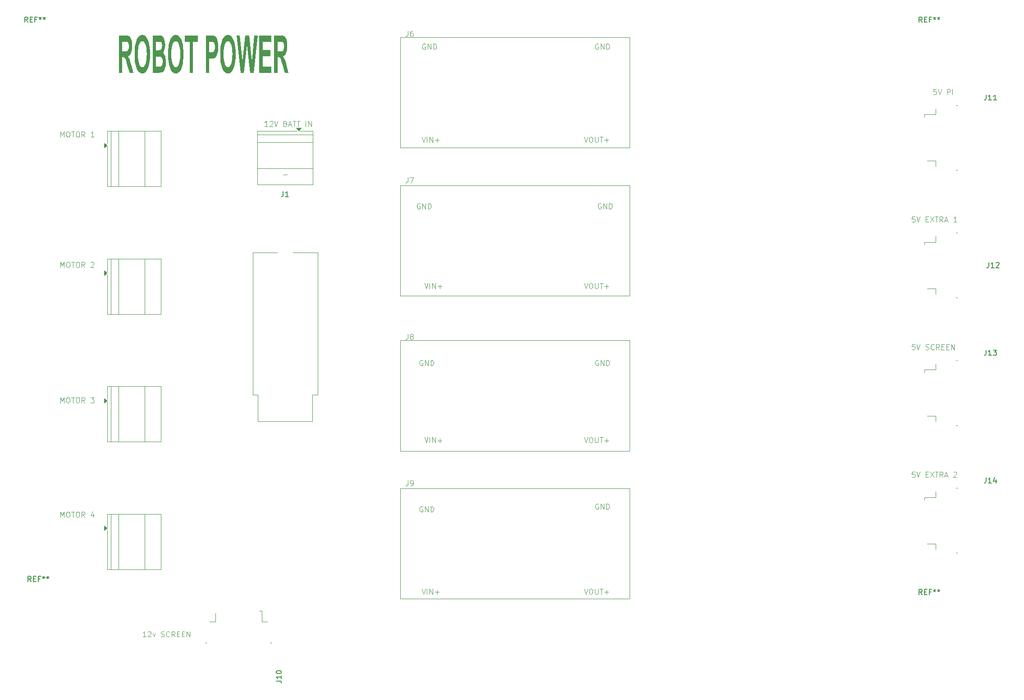
<source format=gbr>
%TF.GenerationSoftware,KiCad,Pcbnew,9.0.4*%
%TF.CreationDate,2025-09-17T14:06:31+05:30*%
%TF.ProjectId,Robot_power_board,526f626f-745f-4706-9f77-65725f626f61,rev?*%
%TF.SameCoordinates,Original*%
%TF.FileFunction,Legend,Top*%
%TF.FilePolarity,Positive*%
%FSLAX46Y46*%
G04 Gerber Fmt 4.6, Leading zero omitted, Abs format (unit mm)*
G04 Created by KiCad (PCBNEW 9.0.4) date 2025-09-17 14:06:31*
%MOMM*%
%LPD*%
G01*
G04 APERTURE LIST*
%ADD10C,0.100000*%
%ADD11C,0.200000*%
%ADD12C,0.125000*%
%ADD13C,0.150000*%
%ADD14C,0.120000*%
G04 APERTURE END LIST*
D10*
X153827693Y-65420038D02*
X153732455Y-65372419D01*
X153732455Y-65372419D02*
X153589598Y-65372419D01*
X153589598Y-65372419D02*
X153446741Y-65420038D01*
X153446741Y-65420038D02*
X153351503Y-65515276D01*
X153351503Y-65515276D02*
X153303884Y-65610514D01*
X153303884Y-65610514D02*
X153256265Y-65800990D01*
X153256265Y-65800990D02*
X153256265Y-65943847D01*
X153256265Y-65943847D02*
X153303884Y-66134323D01*
X153303884Y-66134323D02*
X153351503Y-66229561D01*
X153351503Y-66229561D02*
X153446741Y-66324800D01*
X153446741Y-66324800D02*
X153589598Y-66372419D01*
X153589598Y-66372419D02*
X153684836Y-66372419D01*
X153684836Y-66372419D02*
X153827693Y-66324800D01*
X153827693Y-66324800D02*
X153875312Y-66277180D01*
X153875312Y-66277180D02*
X153875312Y-65943847D01*
X153875312Y-65943847D02*
X153684836Y-65943847D01*
X154303884Y-66372419D02*
X154303884Y-65372419D01*
X154303884Y-65372419D02*
X154875312Y-66372419D01*
X154875312Y-66372419D02*
X154875312Y-65372419D01*
X155351503Y-66372419D02*
X155351503Y-65372419D01*
X155351503Y-65372419D02*
X155589598Y-65372419D01*
X155589598Y-65372419D02*
X155732455Y-65420038D01*
X155732455Y-65420038D02*
X155827693Y-65515276D01*
X155827693Y-65515276D02*
X155875312Y-65610514D01*
X155875312Y-65610514D02*
X155922931Y-65800990D01*
X155922931Y-65800990D02*
X155922931Y-65943847D01*
X155922931Y-65943847D02*
X155875312Y-66134323D01*
X155875312Y-66134323D02*
X155827693Y-66229561D01*
X155827693Y-66229561D02*
X155732455Y-66324800D01*
X155732455Y-66324800D02*
X155589598Y-66372419D01*
X155589598Y-66372419D02*
X155351503Y-66372419D01*
X150661027Y-109372419D02*
X150994360Y-110372419D01*
X150994360Y-110372419D02*
X151327693Y-109372419D01*
X151851503Y-109372419D02*
X152041979Y-109372419D01*
X152041979Y-109372419D02*
X152137217Y-109420038D01*
X152137217Y-109420038D02*
X152232455Y-109515276D01*
X152232455Y-109515276D02*
X152280074Y-109705752D01*
X152280074Y-109705752D02*
X152280074Y-110039085D01*
X152280074Y-110039085D02*
X152232455Y-110229561D01*
X152232455Y-110229561D02*
X152137217Y-110324800D01*
X152137217Y-110324800D02*
X152041979Y-110372419D01*
X152041979Y-110372419D02*
X151851503Y-110372419D01*
X151851503Y-110372419D02*
X151756265Y-110324800D01*
X151756265Y-110324800D02*
X151661027Y-110229561D01*
X151661027Y-110229561D02*
X151613408Y-110039085D01*
X151613408Y-110039085D02*
X151613408Y-109705752D01*
X151613408Y-109705752D02*
X151661027Y-109515276D01*
X151661027Y-109515276D02*
X151756265Y-109420038D01*
X151756265Y-109420038D02*
X151851503Y-109372419D01*
X152708646Y-109372419D02*
X152708646Y-110181942D01*
X152708646Y-110181942D02*
X152756265Y-110277180D01*
X152756265Y-110277180D02*
X152803884Y-110324800D01*
X152803884Y-110324800D02*
X152899122Y-110372419D01*
X152899122Y-110372419D02*
X153089598Y-110372419D01*
X153089598Y-110372419D02*
X153184836Y-110324800D01*
X153184836Y-110324800D02*
X153232455Y-110277180D01*
X153232455Y-110277180D02*
X153280074Y-110181942D01*
X153280074Y-110181942D02*
X153280074Y-109372419D01*
X153613408Y-109372419D02*
X154184836Y-109372419D01*
X153899122Y-110372419D02*
X153899122Y-109372419D01*
X154518170Y-109991466D02*
X155280075Y-109991466D01*
X154899122Y-110372419D02*
X154899122Y-109610514D01*
X153327693Y-121920038D02*
X153232455Y-121872419D01*
X153232455Y-121872419D02*
X153089598Y-121872419D01*
X153089598Y-121872419D02*
X152946741Y-121920038D01*
X152946741Y-121920038D02*
X152851503Y-122015276D01*
X152851503Y-122015276D02*
X152803884Y-122110514D01*
X152803884Y-122110514D02*
X152756265Y-122300990D01*
X152756265Y-122300990D02*
X152756265Y-122443847D01*
X152756265Y-122443847D02*
X152803884Y-122634323D01*
X152803884Y-122634323D02*
X152851503Y-122729561D01*
X152851503Y-122729561D02*
X152946741Y-122824800D01*
X152946741Y-122824800D02*
X153089598Y-122872419D01*
X153089598Y-122872419D02*
X153184836Y-122872419D01*
X153184836Y-122872419D02*
X153327693Y-122824800D01*
X153327693Y-122824800D02*
X153375312Y-122777180D01*
X153375312Y-122777180D02*
X153375312Y-122443847D01*
X153375312Y-122443847D02*
X153184836Y-122443847D01*
X153803884Y-122872419D02*
X153803884Y-121872419D01*
X153803884Y-121872419D02*
X154375312Y-122872419D01*
X154375312Y-122872419D02*
X154375312Y-121872419D01*
X154851503Y-122872419D02*
X154851503Y-121872419D01*
X154851503Y-121872419D02*
X155089598Y-121872419D01*
X155089598Y-121872419D02*
X155232455Y-121920038D01*
X155232455Y-121920038D02*
X155327693Y-122015276D01*
X155327693Y-122015276D02*
X155375312Y-122110514D01*
X155375312Y-122110514D02*
X155422931Y-122300990D01*
X155422931Y-122300990D02*
X155422931Y-122443847D01*
X155422931Y-122443847D02*
X155375312Y-122634323D01*
X155375312Y-122634323D02*
X155327693Y-122729561D01*
X155327693Y-122729561D02*
X155232455Y-122824800D01*
X155232455Y-122824800D02*
X155089598Y-122872419D01*
X155089598Y-122872419D02*
X154851503Y-122872419D01*
X153327693Y-35420038D02*
X153232455Y-35372419D01*
X153232455Y-35372419D02*
X153089598Y-35372419D01*
X153089598Y-35372419D02*
X152946741Y-35420038D01*
X152946741Y-35420038D02*
X152851503Y-35515276D01*
X152851503Y-35515276D02*
X152803884Y-35610514D01*
X152803884Y-35610514D02*
X152756265Y-35800990D01*
X152756265Y-35800990D02*
X152756265Y-35943847D01*
X152756265Y-35943847D02*
X152803884Y-36134323D01*
X152803884Y-36134323D02*
X152851503Y-36229561D01*
X152851503Y-36229561D02*
X152946741Y-36324800D01*
X152946741Y-36324800D02*
X153089598Y-36372419D01*
X153089598Y-36372419D02*
X153184836Y-36372419D01*
X153184836Y-36372419D02*
X153327693Y-36324800D01*
X153327693Y-36324800D02*
X153375312Y-36277180D01*
X153375312Y-36277180D02*
X153375312Y-35943847D01*
X153375312Y-35943847D02*
X153184836Y-35943847D01*
X153803884Y-36372419D02*
X153803884Y-35372419D01*
X153803884Y-35372419D02*
X154375312Y-36372419D01*
X154375312Y-36372419D02*
X154375312Y-35372419D01*
X154851503Y-36372419D02*
X154851503Y-35372419D01*
X154851503Y-35372419D02*
X155089598Y-35372419D01*
X155089598Y-35372419D02*
X155232455Y-35420038D01*
X155232455Y-35420038D02*
X155327693Y-35515276D01*
X155327693Y-35515276D02*
X155375312Y-35610514D01*
X155375312Y-35610514D02*
X155422931Y-35800990D01*
X155422931Y-35800990D02*
X155422931Y-35943847D01*
X155422931Y-35943847D02*
X155375312Y-36134323D01*
X155375312Y-36134323D02*
X155327693Y-36229561D01*
X155327693Y-36229561D02*
X155232455Y-36324800D01*
X155232455Y-36324800D02*
X155089598Y-36372419D01*
X155089598Y-36372419D02*
X154851503Y-36372419D01*
X216780074Y-43872419D02*
X216303884Y-43872419D01*
X216303884Y-43872419D02*
X216256265Y-44348609D01*
X216256265Y-44348609D02*
X216303884Y-44300990D01*
X216303884Y-44300990D02*
X216399122Y-44253371D01*
X216399122Y-44253371D02*
X216637217Y-44253371D01*
X216637217Y-44253371D02*
X216732455Y-44300990D01*
X216732455Y-44300990D02*
X216780074Y-44348609D01*
X216780074Y-44348609D02*
X216827693Y-44443847D01*
X216827693Y-44443847D02*
X216827693Y-44681942D01*
X216827693Y-44681942D02*
X216780074Y-44777180D01*
X216780074Y-44777180D02*
X216732455Y-44824800D01*
X216732455Y-44824800D02*
X216637217Y-44872419D01*
X216637217Y-44872419D02*
X216399122Y-44872419D01*
X216399122Y-44872419D02*
X216303884Y-44824800D01*
X216303884Y-44824800D02*
X216256265Y-44777180D01*
X217113408Y-43872419D02*
X217446741Y-44872419D01*
X217446741Y-44872419D02*
X217780074Y-43872419D01*
X218875313Y-44872419D02*
X218875313Y-43872419D01*
X218875313Y-43872419D02*
X219256265Y-43872419D01*
X219256265Y-43872419D02*
X219351503Y-43920038D01*
X219351503Y-43920038D02*
X219399122Y-43967657D01*
X219399122Y-43967657D02*
X219446741Y-44062895D01*
X219446741Y-44062895D02*
X219446741Y-44205752D01*
X219446741Y-44205752D02*
X219399122Y-44300990D01*
X219399122Y-44300990D02*
X219351503Y-44348609D01*
X219351503Y-44348609D02*
X219256265Y-44396228D01*
X219256265Y-44396228D02*
X218875313Y-44396228D01*
X219875313Y-44872419D02*
X219875313Y-43872419D01*
X119827693Y-65420038D02*
X119732455Y-65372419D01*
X119732455Y-65372419D02*
X119589598Y-65372419D01*
X119589598Y-65372419D02*
X119446741Y-65420038D01*
X119446741Y-65420038D02*
X119351503Y-65515276D01*
X119351503Y-65515276D02*
X119303884Y-65610514D01*
X119303884Y-65610514D02*
X119256265Y-65800990D01*
X119256265Y-65800990D02*
X119256265Y-65943847D01*
X119256265Y-65943847D02*
X119303884Y-66134323D01*
X119303884Y-66134323D02*
X119351503Y-66229561D01*
X119351503Y-66229561D02*
X119446741Y-66324800D01*
X119446741Y-66324800D02*
X119589598Y-66372419D01*
X119589598Y-66372419D02*
X119684836Y-66372419D01*
X119684836Y-66372419D02*
X119827693Y-66324800D01*
X119827693Y-66324800D02*
X119875312Y-66277180D01*
X119875312Y-66277180D02*
X119875312Y-65943847D01*
X119875312Y-65943847D02*
X119684836Y-65943847D01*
X120303884Y-66372419D02*
X120303884Y-65372419D01*
X120303884Y-65372419D02*
X120875312Y-66372419D01*
X120875312Y-66372419D02*
X120875312Y-65372419D01*
X121351503Y-66372419D02*
X121351503Y-65372419D01*
X121351503Y-65372419D02*
X121589598Y-65372419D01*
X121589598Y-65372419D02*
X121732455Y-65420038D01*
X121732455Y-65420038D02*
X121827693Y-65515276D01*
X121827693Y-65515276D02*
X121875312Y-65610514D01*
X121875312Y-65610514D02*
X121922931Y-65800990D01*
X121922931Y-65800990D02*
X121922931Y-65943847D01*
X121922931Y-65943847D02*
X121875312Y-66134323D01*
X121875312Y-66134323D02*
X121827693Y-66229561D01*
X121827693Y-66229561D02*
X121732455Y-66324800D01*
X121732455Y-66324800D02*
X121589598Y-66372419D01*
X121589598Y-66372419D02*
X121351503Y-66372419D01*
X120327693Y-122420038D02*
X120232455Y-122372419D01*
X120232455Y-122372419D02*
X120089598Y-122372419D01*
X120089598Y-122372419D02*
X119946741Y-122420038D01*
X119946741Y-122420038D02*
X119851503Y-122515276D01*
X119851503Y-122515276D02*
X119803884Y-122610514D01*
X119803884Y-122610514D02*
X119756265Y-122800990D01*
X119756265Y-122800990D02*
X119756265Y-122943847D01*
X119756265Y-122943847D02*
X119803884Y-123134323D01*
X119803884Y-123134323D02*
X119851503Y-123229561D01*
X119851503Y-123229561D02*
X119946741Y-123324800D01*
X119946741Y-123324800D02*
X120089598Y-123372419D01*
X120089598Y-123372419D02*
X120184836Y-123372419D01*
X120184836Y-123372419D02*
X120327693Y-123324800D01*
X120327693Y-123324800D02*
X120375312Y-123277180D01*
X120375312Y-123277180D02*
X120375312Y-122943847D01*
X120375312Y-122943847D02*
X120184836Y-122943847D01*
X120803884Y-123372419D02*
X120803884Y-122372419D01*
X120803884Y-122372419D02*
X121375312Y-123372419D01*
X121375312Y-123372419D02*
X121375312Y-122372419D01*
X121851503Y-123372419D02*
X121851503Y-122372419D01*
X121851503Y-122372419D02*
X122089598Y-122372419D01*
X122089598Y-122372419D02*
X122232455Y-122420038D01*
X122232455Y-122420038D02*
X122327693Y-122515276D01*
X122327693Y-122515276D02*
X122375312Y-122610514D01*
X122375312Y-122610514D02*
X122422931Y-122800990D01*
X122422931Y-122800990D02*
X122422931Y-122943847D01*
X122422931Y-122943847D02*
X122375312Y-123134323D01*
X122375312Y-123134323D02*
X122327693Y-123229561D01*
X122327693Y-123229561D02*
X122232455Y-123324800D01*
X122232455Y-123324800D02*
X122089598Y-123372419D01*
X122089598Y-123372419D02*
X121851503Y-123372419D01*
D11*
G36*
X64908898Y-33806512D02*
G01*
X65134247Y-33874935D01*
X65283914Y-33969491D01*
X65419141Y-34127879D01*
X65534912Y-34350645D01*
X65633426Y-34644823D01*
X65705631Y-34979768D01*
X65749509Y-35347199D01*
X65764584Y-35754845D01*
X65751298Y-36146211D01*
X65713148Y-36489784D01*
X65651419Y-36793782D01*
X65565648Y-37064475D01*
X65460086Y-37288303D01*
X65329063Y-37472727D01*
X65168085Y-37616672D01*
X64971406Y-37715444D01*
X65154962Y-38003843D01*
X65296188Y-38304008D01*
X65430060Y-38694393D01*
X65641669Y-39442241D01*
X66008400Y-40810001D01*
X65282998Y-40810001D01*
X64844460Y-39282384D01*
X64625420Y-38545389D01*
X64524808Y-38253144D01*
X64433785Y-38070417D01*
X64342358Y-37962068D01*
X64231806Y-37906613D01*
X64036994Y-37882994D01*
X63914078Y-37882994D01*
X63914078Y-40810001D01*
X63307379Y-40810001D01*
X63307379Y-36761431D01*
X63914078Y-36761431D01*
X64362875Y-36761431D01*
X64759506Y-36731982D01*
X64908025Y-36674236D01*
X65005295Y-36554385D01*
X65078018Y-36373329D01*
X65123315Y-36140389D01*
X65139567Y-35839475D01*
X65129812Y-35606667D01*
X65102427Y-35416281D01*
X65058600Y-35259460D01*
X64963674Y-35082481D01*
X64830172Y-34980351D01*
X64387421Y-34955988D01*
X63914078Y-34955988D01*
X63914078Y-36761431D01*
X63307379Y-36761431D01*
X63307379Y-33779714D01*
X64584159Y-33779714D01*
X64908898Y-33806512D01*
G37*
G36*
X67931422Y-33712268D02*
G01*
X68166186Y-33832745D01*
X68374934Y-34026590D01*
X68561448Y-34292892D01*
X68728471Y-34634992D01*
X68866924Y-35033500D01*
X68976629Y-35491123D01*
X69057835Y-36016564D01*
X69109041Y-36621063D01*
X69127076Y-37317938D01*
X69109209Y-38008846D01*
X69058452Y-38608992D01*
X68977907Y-39131413D01*
X68869037Y-39587120D01*
X68731585Y-39984643D01*
X68565813Y-40325704D01*
X68380440Y-40591256D01*
X68172708Y-40784627D01*
X67938808Y-40904865D01*
X67674075Y-40946776D01*
X67405597Y-40904831D01*
X67169162Y-40784700D01*
X66959956Y-40591914D01*
X66774031Y-40327784D01*
X66608504Y-39989345D01*
X66470727Y-39593238D01*
X66361813Y-39140789D01*
X66281391Y-38623804D01*
X66230798Y-38031651D01*
X66213014Y-37351705D01*
X66214152Y-37303833D01*
X66838032Y-37303833D01*
X66855254Y-37910441D01*
X66902825Y-38403085D01*
X66976275Y-38802060D01*
X67073604Y-39123809D01*
X67200367Y-39396420D01*
X67340258Y-39587445D01*
X67496090Y-39703234D01*
X67672060Y-39743148D01*
X67848168Y-39703377D01*
X68003473Y-39588218D01*
X68142259Y-39398618D01*
X68267402Y-39128511D01*
X68362894Y-38809949D01*
X68435479Y-38409202D01*
X68482813Y-37908155D01*
X68500043Y-37284599D01*
X68483170Y-36667167D01*
X68436938Y-36173682D01*
X68366276Y-35781442D01*
X68273630Y-35471890D01*
X68152005Y-35211776D01*
X68013676Y-35027065D01*
X67855310Y-34913529D01*
X67672060Y-34873922D01*
X67489129Y-34913806D01*
X67330311Y-35028392D01*
X67190867Y-35215299D01*
X67067559Y-35479156D01*
X66973475Y-35792624D01*
X66901855Y-36188344D01*
X66855079Y-36684609D01*
X66838032Y-37303833D01*
X66214152Y-37303833D01*
X66229953Y-36639377D01*
X66277163Y-36043869D01*
X66350401Y-35547117D01*
X66471317Y-35037670D01*
X66629937Y-34582419D01*
X66754318Y-34317528D01*
X66883570Y-34107734D01*
X67018466Y-33948547D01*
X67209078Y-33797630D01*
X67423670Y-33703255D01*
X67666015Y-33670294D01*
X67931422Y-33712268D01*
G37*
G36*
X71137798Y-33800267D02*
G01*
X71335703Y-33849385D01*
X71502897Y-33957511D01*
X71649310Y-34139179D01*
X71774876Y-34392914D01*
X71879754Y-34726033D01*
X71930684Y-34977802D01*
X71961532Y-35250012D01*
X71972077Y-35547544D01*
X71959332Y-35868883D01*
X71921609Y-36168975D01*
X71858321Y-36453258D01*
X71773483Y-36705070D01*
X71671320Y-36909997D01*
X71549842Y-37071314D01*
X71723582Y-37231212D01*
X71862440Y-37444063D01*
X71971894Y-37709887D01*
X72053388Y-38025420D01*
X72102609Y-38375719D01*
X72119539Y-38770328D01*
X72109090Y-39085368D01*
X72077632Y-39395419D01*
X72024284Y-39703825D01*
X71951945Y-39989502D01*
X71865396Y-40229581D01*
X71763982Y-40428737D01*
X71649090Y-40582317D01*
X71514652Y-40694362D01*
X71357135Y-40762129D01*
X71153565Y-40789364D01*
X70625505Y-40810001D01*
X69602983Y-40810001D01*
X69602983Y-39633727D01*
X70209682Y-39633727D01*
X70771135Y-39633727D01*
X71069756Y-39619347D01*
X71187142Y-39590557D01*
X71310764Y-39489813D01*
X71407327Y-39308884D01*
X71453348Y-39148925D01*
X71482190Y-38952334D01*
X71492506Y-38709207D01*
X71475419Y-38410048D01*
X71426927Y-38170224D01*
X71348273Y-37981255D01*
X71237334Y-37847518D01*
X71077615Y-37779251D01*
X70699511Y-37746218D01*
X70209682Y-37746218D01*
X70209682Y-39633727D01*
X69602983Y-39633727D01*
X69602983Y-36569945D01*
X70209682Y-36569945D01*
X70607187Y-36569945D01*
X71047923Y-36546009D01*
X71190422Y-36458654D01*
X71292655Y-36296393D01*
X71341483Y-36146733D01*
X71371347Y-35967749D01*
X71381864Y-35750998D01*
X71361731Y-35451722D01*
X71304928Y-35225266D01*
X71248323Y-35112256D01*
X71173740Y-35029619D01*
X71076500Y-34979924D01*
X70558094Y-34955988D01*
X70209682Y-34955988D01*
X70209682Y-36569945D01*
X69602983Y-36569945D01*
X69602983Y-33779714D01*
X70803925Y-33779714D01*
X71137798Y-33800267D01*
G37*
G36*
X74227026Y-33712268D02*
G01*
X74461789Y-33832745D01*
X74670538Y-34026590D01*
X74857052Y-34292892D01*
X75024075Y-34634992D01*
X75162528Y-35033500D01*
X75272233Y-35491123D01*
X75353439Y-36016564D01*
X75404645Y-36621063D01*
X75422679Y-37317938D01*
X75404813Y-38008846D01*
X75354055Y-38608992D01*
X75273511Y-39131413D01*
X75164640Y-39587120D01*
X75027189Y-39984643D01*
X74861416Y-40325704D01*
X74676044Y-40591256D01*
X74468312Y-40784627D01*
X74234412Y-40904865D01*
X73969678Y-40946776D01*
X73701200Y-40904831D01*
X73464766Y-40784700D01*
X73255560Y-40591914D01*
X73069635Y-40327784D01*
X72904108Y-39989345D01*
X72766331Y-39593238D01*
X72657417Y-39140789D01*
X72576995Y-38623804D01*
X72526402Y-38031651D01*
X72508618Y-37351705D01*
X72509756Y-37303833D01*
X73133635Y-37303833D01*
X73150858Y-37910441D01*
X73198429Y-38403085D01*
X73271879Y-38802060D01*
X73369207Y-39123809D01*
X73495971Y-39396420D01*
X73635862Y-39587445D01*
X73791693Y-39703234D01*
X73967663Y-39743148D01*
X74143772Y-39703377D01*
X74299077Y-39588218D01*
X74437863Y-39398618D01*
X74563005Y-39128511D01*
X74658497Y-38809949D01*
X74731083Y-38409202D01*
X74778417Y-37908155D01*
X74795647Y-37284599D01*
X74778774Y-36667167D01*
X74732542Y-36173682D01*
X74661880Y-35781442D01*
X74569234Y-35471890D01*
X74447609Y-35211776D01*
X74309280Y-35027065D01*
X74150914Y-34913529D01*
X73967663Y-34873922D01*
X73784732Y-34913806D01*
X73625914Y-35028392D01*
X73486471Y-35215299D01*
X73363162Y-35479156D01*
X73269079Y-35792624D01*
X73197458Y-36188344D01*
X73150683Y-36684609D01*
X73133635Y-37303833D01*
X72509756Y-37303833D01*
X72525556Y-36639377D01*
X72572766Y-36043869D01*
X72646004Y-35547117D01*
X72766920Y-35037670D01*
X72925540Y-34582419D01*
X73049921Y-34317528D01*
X73179174Y-34107734D01*
X73314070Y-33948547D01*
X73504682Y-33797630D01*
X73719274Y-33703255D01*
X73961618Y-33670294D01*
X74227026Y-33712268D01*
G37*
G36*
X76572880Y-40810001D02*
G01*
X76572880Y-34955988D01*
X75681332Y-34955988D01*
X75681332Y-33779714D01*
X78068928Y-33779714D01*
X78068928Y-34955988D01*
X77179396Y-34955988D01*
X77179396Y-40810001D01*
X76572880Y-40810001D01*
G37*
G36*
X81107005Y-33814070D02*
G01*
X81322426Y-33885288D01*
X81484098Y-34030599D01*
X81627325Y-34257192D01*
X81754919Y-34573443D01*
X81848978Y-34946171D01*
X81908069Y-35395878D01*
X81929125Y-35941630D01*
X81916912Y-36368008D01*
X81882626Y-36727060D01*
X81828742Y-37029854D01*
X81753962Y-37308640D01*
X81669006Y-37537765D01*
X81573569Y-37722710D01*
X81414720Y-37934753D01*
X81258862Y-38055674D01*
X81017271Y-38127223D01*
X80629631Y-38156546D01*
X80234141Y-38156546D01*
X80234141Y-40810001D01*
X79627625Y-40810001D01*
X79627625Y-36980273D01*
X80234141Y-36980273D01*
X80566067Y-36980273D01*
X80895134Y-36944617D01*
X81045638Y-36868287D01*
X81154147Y-36723556D01*
X81235232Y-36518226D01*
X81286337Y-36263600D01*
X81303925Y-35963429D01*
X81292593Y-35712393D01*
X81260285Y-35501080D01*
X81207571Y-35321009D01*
X81137771Y-35173596D01*
X81057215Y-35068781D01*
X80963756Y-35004714D01*
X80827984Y-34971573D01*
X80527233Y-34955988D01*
X80234141Y-34955988D01*
X80234141Y-36980273D01*
X79627625Y-36980273D01*
X79627625Y-33779714D01*
X80601055Y-33779714D01*
X81107005Y-33814070D01*
G37*
G36*
X84022141Y-33712268D02*
G01*
X84256904Y-33832745D01*
X84465653Y-34026590D01*
X84652167Y-34292892D01*
X84819190Y-34634992D01*
X84957643Y-35033500D01*
X85067348Y-35491123D01*
X85148554Y-36016564D01*
X85199760Y-36621063D01*
X85217794Y-37317938D01*
X85199928Y-38008846D01*
X85149170Y-38608992D01*
X85068626Y-39131413D01*
X84959755Y-39587120D01*
X84822304Y-39984643D01*
X84656531Y-40325704D01*
X84471159Y-40591256D01*
X84263427Y-40784627D01*
X84029527Y-40904865D01*
X83764794Y-40946776D01*
X83496315Y-40904831D01*
X83259881Y-40784700D01*
X83050675Y-40591914D01*
X82864750Y-40327784D01*
X82699223Y-39989345D01*
X82561446Y-39593238D01*
X82452532Y-39140789D01*
X82372110Y-38623804D01*
X82321517Y-38031651D01*
X82303733Y-37351705D01*
X82304871Y-37303833D01*
X82928750Y-37303833D01*
X82945973Y-37910441D01*
X82993544Y-38403085D01*
X83066994Y-38802060D01*
X83164323Y-39123809D01*
X83291086Y-39396420D01*
X83430977Y-39587445D01*
X83586808Y-39703234D01*
X83762779Y-39743148D01*
X83938887Y-39703377D01*
X84094192Y-39588218D01*
X84232978Y-39398618D01*
X84358121Y-39128511D01*
X84453612Y-38809949D01*
X84526198Y-38409202D01*
X84573532Y-37908155D01*
X84590762Y-37284599D01*
X84573889Y-36667167D01*
X84527657Y-36173682D01*
X84456995Y-35781442D01*
X84364349Y-35471890D01*
X84242724Y-35211776D01*
X84104395Y-35027065D01*
X83946029Y-34913529D01*
X83762779Y-34873922D01*
X83579848Y-34913806D01*
X83421029Y-35028392D01*
X83281586Y-35215299D01*
X83158278Y-35479156D01*
X83064194Y-35792624D01*
X82992573Y-36188344D01*
X82945798Y-36684609D01*
X82928750Y-37303833D01*
X82304871Y-37303833D01*
X82320671Y-36639377D01*
X82367881Y-36043869D01*
X82441120Y-35547117D01*
X82562035Y-35037670D01*
X82720655Y-34582419D01*
X82845036Y-34317528D01*
X82974289Y-34107734D01*
X83109185Y-33948547D01*
X83299797Y-33797630D01*
X83514389Y-33703255D01*
X83756734Y-33670294D01*
X84022141Y-33712268D01*
G37*
G36*
X86117951Y-40810001D02*
G01*
X85400610Y-33779714D01*
X86021598Y-33779714D01*
X86474607Y-38608762D01*
X87023787Y-33779714D01*
X87745158Y-33779714D01*
X88271807Y-38690400D01*
X88732876Y-33779714D01*
X89343606Y-33779714D01*
X88613991Y-40810001D01*
X87970472Y-40810001D01*
X87372199Y-35553955D01*
X86775758Y-40810001D01*
X86117951Y-40810001D01*
G37*
G36*
X89654282Y-40810001D02*
G01*
X89654282Y-33779714D01*
X91881960Y-33779714D01*
X91881960Y-34955988D01*
X90260799Y-34955988D01*
X90260799Y-36515234D01*
X91769120Y-36515234D01*
X91769120Y-37691508D01*
X90260799Y-37691508D01*
X90260799Y-39633727D01*
X91939296Y-39633727D01*
X91939296Y-40810001D01*
X89654282Y-40810001D01*
G37*
G36*
X94056839Y-33806512D02*
G01*
X94282188Y-33874935D01*
X94431856Y-33969491D01*
X94567083Y-34127879D01*
X94682854Y-34350645D01*
X94781367Y-34644823D01*
X94853573Y-34979768D01*
X94897451Y-35347199D01*
X94912526Y-35754845D01*
X94899239Y-36146211D01*
X94861089Y-36489784D01*
X94799361Y-36793782D01*
X94713590Y-37064475D01*
X94608027Y-37288303D01*
X94477004Y-37472727D01*
X94316027Y-37616672D01*
X94119347Y-37715444D01*
X94302903Y-38003843D01*
X94444129Y-38304008D01*
X94578001Y-38694393D01*
X94789610Y-39442241D01*
X95156341Y-40810001D01*
X94430940Y-40810001D01*
X93992402Y-39282384D01*
X93773362Y-38545389D01*
X93672749Y-38253144D01*
X93581727Y-38070417D01*
X93490300Y-37962068D01*
X93379747Y-37906613D01*
X93184935Y-37882994D01*
X93062020Y-37882994D01*
X93062020Y-40810001D01*
X92455321Y-40810001D01*
X92455321Y-36761431D01*
X93062020Y-36761431D01*
X93510816Y-36761431D01*
X93907448Y-36731982D01*
X94055966Y-36674236D01*
X94153237Y-36554385D01*
X94225959Y-36373329D01*
X94271256Y-36140389D01*
X94287508Y-35839475D01*
X94277753Y-35606667D01*
X94250368Y-35416281D01*
X94206542Y-35259460D01*
X94111615Y-35082481D01*
X93978114Y-34980351D01*
X93535362Y-34955988D01*
X93062020Y-34955988D01*
X93062020Y-36761431D01*
X92455321Y-36761431D01*
X92455321Y-33779714D01*
X93732100Y-33779714D01*
X94056839Y-33806512D01*
G37*
D10*
X212780074Y-67872419D02*
X212303884Y-67872419D01*
X212303884Y-67872419D02*
X212256265Y-68348609D01*
X212256265Y-68348609D02*
X212303884Y-68300990D01*
X212303884Y-68300990D02*
X212399122Y-68253371D01*
X212399122Y-68253371D02*
X212637217Y-68253371D01*
X212637217Y-68253371D02*
X212732455Y-68300990D01*
X212732455Y-68300990D02*
X212780074Y-68348609D01*
X212780074Y-68348609D02*
X212827693Y-68443847D01*
X212827693Y-68443847D02*
X212827693Y-68681942D01*
X212827693Y-68681942D02*
X212780074Y-68777180D01*
X212780074Y-68777180D02*
X212732455Y-68824800D01*
X212732455Y-68824800D02*
X212637217Y-68872419D01*
X212637217Y-68872419D02*
X212399122Y-68872419D01*
X212399122Y-68872419D02*
X212303884Y-68824800D01*
X212303884Y-68824800D02*
X212256265Y-68777180D01*
X213113408Y-67872419D02*
X213446741Y-68872419D01*
X213446741Y-68872419D02*
X213780074Y-67872419D01*
X214875313Y-68348609D02*
X215208646Y-68348609D01*
X215351503Y-68872419D02*
X214875313Y-68872419D01*
X214875313Y-68872419D02*
X214875313Y-67872419D01*
X214875313Y-67872419D02*
X215351503Y-67872419D01*
X215684837Y-67872419D02*
X216351503Y-68872419D01*
X216351503Y-67872419D02*
X215684837Y-68872419D01*
X216589599Y-67872419D02*
X217161027Y-67872419D01*
X216875313Y-68872419D02*
X216875313Y-67872419D01*
X218065789Y-68872419D02*
X217732456Y-68396228D01*
X217494361Y-68872419D02*
X217494361Y-67872419D01*
X217494361Y-67872419D02*
X217875313Y-67872419D01*
X217875313Y-67872419D02*
X217970551Y-67920038D01*
X217970551Y-67920038D02*
X218018170Y-67967657D01*
X218018170Y-67967657D02*
X218065789Y-68062895D01*
X218065789Y-68062895D02*
X218065789Y-68205752D01*
X218065789Y-68205752D02*
X218018170Y-68300990D01*
X218018170Y-68300990D02*
X217970551Y-68348609D01*
X217970551Y-68348609D02*
X217875313Y-68396228D01*
X217875313Y-68396228D02*
X217494361Y-68396228D01*
X218446742Y-68586704D02*
X218922932Y-68586704D01*
X218351504Y-68872419D02*
X218684837Y-67872419D01*
X218684837Y-67872419D02*
X219018170Y-68872419D01*
X220637218Y-68872419D02*
X220065790Y-68872419D01*
X220351504Y-68872419D02*
X220351504Y-67872419D01*
X220351504Y-67872419D02*
X220256266Y-68015276D01*
X220256266Y-68015276D02*
X220161028Y-68110514D01*
X220161028Y-68110514D02*
X220065790Y-68158133D01*
X120827693Y-35420038D02*
X120732455Y-35372419D01*
X120732455Y-35372419D02*
X120589598Y-35372419D01*
X120589598Y-35372419D02*
X120446741Y-35420038D01*
X120446741Y-35420038D02*
X120351503Y-35515276D01*
X120351503Y-35515276D02*
X120303884Y-35610514D01*
X120303884Y-35610514D02*
X120256265Y-35800990D01*
X120256265Y-35800990D02*
X120256265Y-35943847D01*
X120256265Y-35943847D02*
X120303884Y-36134323D01*
X120303884Y-36134323D02*
X120351503Y-36229561D01*
X120351503Y-36229561D02*
X120446741Y-36324800D01*
X120446741Y-36324800D02*
X120589598Y-36372419D01*
X120589598Y-36372419D02*
X120684836Y-36372419D01*
X120684836Y-36372419D02*
X120827693Y-36324800D01*
X120827693Y-36324800D02*
X120875312Y-36277180D01*
X120875312Y-36277180D02*
X120875312Y-35943847D01*
X120875312Y-35943847D02*
X120684836Y-35943847D01*
X121303884Y-36372419D02*
X121303884Y-35372419D01*
X121303884Y-35372419D02*
X121875312Y-36372419D01*
X121875312Y-36372419D02*
X121875312Y-35372419D01*
X122351503Y-36372419D02*
X122351503Y-35372419D01*
X122351503Y-35372419D02*
X122589598Y-35372419D01*
X122589598Y-35372419D02*
X122732455Y-35420038D01*
X122732455Y-35420038D02*
X122827693Y-35515276D01*
X122827693Y-35515276D02*
X122875312Y-35610514D01*
X122875312Y-35610514D02*
X122922931Y-35800990D01*
X122922931Y-35800990D02*
X122922931Y-35943847D01*
X122922931Y-35943847D02*
X122875312Y-36134323D01*
X122875312Y-36134323D02*
X122827693Y-36229561D01*
X122827693Y-36229561D02*
X122732455Y-36324800D01*
X122732455Y-36324800D02*
X122589598Y-36372419D01*
X122589598Y-36372419D02*
X122351503Y-36372419D01*
X52303884Y-102872419D02*
X52303884Y-101872419D01*
X52303884Y-101872419D02*
X52637217Y-102586704D01*
X52637217Y-102586704D02*
X52970550Y-101872419D01*
X52970550Y-101872419D02*
X52970550Y-102872419D01*
X53637217Y-101872419D02*
X53827693Y-101872419D01*
X53827693Y-101872419D02*
X53922931Y-101920038D01*
X53922931Y-101920038D02*
X54018169Y-102015276D01*
X54018169Y-102015276D02*
X54065788Y-102205752D01*
X54065788Y-102205752D02*
X54065788Y-102539085D01*
X54065788Y-102539085D02*
X54018169Y-102729561D01*
X54018169Y-102729561D02*
X53922931Y-102824800D01*
X53922931Y-102824800D02*
X53827693Y-102872419D01*
X53827693Y-102872419D02*
X53637217Y-102872419D01*
X53637217Y-102872419D02*
X53541979Y-102824800D01*
X53541979Y-102824800D02*
X53446741Y-102729561D01*
X53446741Y-102729561D02*
X53399122Y-102539085D01*
X53399122Y-102539085D02*
X53399122Y-102205752D01*
X53399122Y-102205752D02*
X53446741Y-102015276D01*
X53446741Y-102015276D02*
X53541979Y-101920038D01*
X53541979Y-101920038D02*
X53637217Y-101872419D01*
X54351503Y-101872419D02*
X54922931Y-101872419D01*
X54637217Y-102872419D02*
X54637217Y-101872419D01*
X55446741Y-101872419D02*
X55637217Y-101872419D01*
X55637217Y-101872419D02*
X55732455Y-101920038D01*
X55732455Y-101920038D02*
X55827693Y-102015276D01*
X55827693Y-102015276D02*
X55875312Y-102205752D01*
X55875312Y-102205752D02*
X55875312Y-102539085D01*
X55875312Y-102539085D02*
X55827693Y-102729561D01*
X55827693Y-102729561D02*
X55732455Y-102824800D01*
X55732455Y-102824800D02*
X55637217Y-102872419D01*
X55637217Y-102872419D02*
X55446741Y-102872419D01*
X55446741Y-102872419D02*
X55351503Y-102824800D01*
X55351503Y-102824800D02*
X55256265Y-102729561D01*
X55256265Y-102729561D02*
X55208646Y-102539085D01*
X55208646Y-102539085D02*
X55208646Y-102205752D01*
X55208646Y-102205752D02*
X55256265Y-102015276D01*
X55256265Y-102015276D02*
X55351503Y-101920038D01*
X55351503Y-101920038D02*
X55446741Y-101872419D01*
X56875312Y-102872419D02*
X56541979Y-102396228D01*
X56303884Y-102872419D02*
X56303884Y-101872419D01*
X56303884Y-101872419D02*
X56684836Y-101872419D01*
X56684836Y-101872419D02*
X56780074Y-101920038D01*
X56780074Y-101920038D02*
X56827693Y-101967657D01*
X56827693Y-101967657D02*
X56875312Y-102062895D01*
X56875312Y-102062895D02*
X56875312Y-102205752D01*
X56875312Y-102205752D02*
X56827693Y-102300990D01*
X56827693Y-102300990D02*
X56780074Y-102348609D01*
X56780074Y-102348609D02*
X56684836Y-102396228D01*
X56684836Y-102396228D02*
X56303884Y-102396228D01*
X57970551Y-101872419D02*
X58589598Y-101872419D01*
X58589598Y-101872419D02*
X58256265Y-102253371D01*
X58256265Y-102253371D02*
X58399122Y-102253371D01*
X58399122Y-102253371D02*
X58494360Y-102300990D01*
X58494360Y-102300990D02*
X58541979Y-102348609D01*
X58541979Y-102348609D02*
X58589598Y-102443847D01*
X58589598Y-102443847D02*
X58589598Y-102681942D01*
X58589598Y-102681942D02*
X58541979Y-102777180D01*
X58541979Y-102777180D02*
X58494360Y-102824800D01*
X58494360Y-102824800D02*
X58399122Y-102872419D01*
X58399122Y-102872419D02*
X58113408Y-102872419D01*
X58113408Y-102872419D02*
X58018170Y-102824800D01*
X58018170Y-102824800D02*
X57970551Y-102777180D01*
X120161027Y-52872419D02*
X120494360Y-53872419D01*
X120494360Y-53872419D02*
X120827693Y-52872419D01*
X121161027Y-53872419D02*
X121161027Y-52872419D01*
X121637217Y-53872419D02*
X121637217Y-52872419D01*
X121637217Y-52872419D02*
X122208645Y-53872419D01*
X122208645Y-53872419D02*
X122208645Y-52872419D01*
X122684836Y-53491466D02*
X123446741Y-53491466D01*
X123065788Y-53872419D02*
X123065788Y-53110514D01*
X212780074Y-91872419D02*
X212303884Y-91872419D01*
X212303884Y-91872419D02*
X212256265Y-92348609D01*
X212256265Y-92348609D02*
X212303884Y-92300990D01*
X212303884Y-92300990D02*
X212399122Y-92253371D01*
X212399122Y-92253371D02*
X212637217Y-92253371D01*
X212637217Y-92253371D02*
X212732455Y-92300990D01*
X212732455Y-92300990D02*
X212780074Y-92348609D01*
X212780074Y-92348609D02*
X212827693Y-92443847D01*
X212827693Y-92443847D02*
X212827693Y-92681942D01*
X212827693Y-92681942D02*
X212780074Y-92777180D01*
X212780074Y-92777180D02*
X212732455Y-92824800D01*
X212732455Y-92824800D02*
X212637217Y-92872419D01*
X212637217Y-92872419D02*
X212399122Y-92872419D01*
X212399122Y-92872419D02*
X212303884Y-92824800D01*
X212303884Y-92824800D02*
X212256265Y-92777180D01*
X213113408Y-91872419D02*
X213446741Y-92872419D01*
X213446741Y-92872419D02*
X213780074Y-91872419D01*
X214827694Y-92824800D02*
X214970551Y-92872419D01*
X214970551Y-92872419D02*
X215208646Y-92872419D01*
X215208646Y-92872419D02*
X215303884Y-92824800D01*
X215303884Y-92824800D02*
X215351503Y-92777180D01*
X215351503Y-92777180D02*
X215399122Y-92681942D01*
X215399122Y-92681942D02*
X215399122Y-92586704D01*
X215399122Y-92586704D02*
X215351503Y-92491466D01*
X215351503Y-92491466D02*
X215303884Y-92443847D01*
X215303884Y-92443847D02*
X215208646Y-92396228D01*
X215208646Y-92396228D02*
X215018170Y-92348609D01*
X215018170Y-92348609D02*
X214922932Y-92300990D01*
X214922932Y-92300990D02*
X214875313Y-92253371D01*
X214875313Y-92253371D02*
X214827694Y-92158133D01*
X214827694Y-92158133D02*
X214827694Y-92062895D01*
X214827694Y-92062895D02*
X214875313Y-91967657D01*
X214875313Y-91967657D02*
X214922932Y-91920038D01*
X214922932Y-91920038D02*
X215018170Y-91872419D01*
X215018170Y-91872419D02*
X215256265Y-91872419D01*
X215256265Y-91872419D02*
X215399122Y-91920038D01*
X216399122Y-92777180D02*
X216351503Y-92824800D01*
X216351503Y-92824800D02*
X216208646Y-92872419D01*
X216208646Y-92872419D02*
X216113408Y-92872419D01*
X216113408Y-92872419D02*
X215970551Y-92824800D01*
X215970551Y-92824800D02*
X215875313Y-92729561D01*
X215875313Y-92729561D02*
X215827694Y-92634323D01*
X215827694Y-92634323D02*
X215780075Y-92443847D01*
X215780075Y-92443847D02*
X215780075Y-92300990D01*
X215780075Y-92300990D02*
X215827694Y-92110514D01*
X215827694Y-92110514D02*
X215875313Y-92015276D01*
X215875313Y-92015276D02*
X215970551Y-91920038D01*
X215970551Y-91920038D02*
X216113408Y-91872419D01*
X216113408Y-91872419D02*
X216208646Y-91872419D01*
X216208646Y-91872419D02*
X216351503Y-91920038D01*
X216351503Y-91920038D02*
X216399122Y-91967657D01*
X217399122Y-92872419D02*
X217065789Y-92396228D01*
X216827694Y-92872419D02*
X216827694Y-91872419D01*
X216827694Y-91872419D02*
X217208646Y-91872419D01*
X217208646Y-91872419D02*
X217303884Y-91920038D01*
X217303884Y-91920038D02*
X217351503Y-91967657D01*
X217351503Y-91967657D02*
X217399122Y-92062895D01*
X217399122Y-92062895D02*
X217399122Y-92205752D01*
X217399122Y-92205752D02*
X217351503Y-92300990D01*
X217351503Y-92300990D02*
X217303884Y-92348609D01*
X217303884Y-92348609D02*
X217208646Y-92396228D01*
X217208646Y-92396228D02*
X216827694Y-92396228D01*
X217827694Y-92348609D02*
X218161027Y-92348609D01*
X218303884Y-92872419D02*
X217827694Y-92872419D01*
X217827694Y-92872419D02*
X217827694Y-91872419D01*
X217827694Y-91872419D02*
X218303884Y-91872419D01*
X218732456Y-92348609D02*
X219065789Y-92348609D01*
X219208646Y-92872419D02*
X218732456Y-92872419D01*
X218732456Y-92872419D02*
X218732456Y-91872419D01*
X218732456Y-91872419D02*
X219208646Y-91872419D01*
X219637218Y-92872419D02*
X219637218Y-91872419D01*
X219637218Y-91872419D02*
X220208646Y-92872419D01*
X220208646Y-92872419D02*
X220208646Y-91872419D01*
D12*
X68344140Y-146871119D02*
X67772712Y-146871119D01*
X68058426Y-146871119D02*
X68058426Y-145871119D01*
X68058426Y-145871119D02*
X67963188Y-146013976D01*
X67963188Y-146013976D02*
X67867950Y-146109214D01*
X67867950Y-146109214D02*
X67772712Y-146156833D01*
X68725093Y-145966357D02*
X68772712Y-145918738D01*
X68772712Y-145918738D02*
X68867950Y-145871119D01*
X68867950Y-145871119D02*
X69106045Y-145871119D01*
X69106045Y-145871119D02*
X69201283Y-145918738D01*
X69201283Y-145918738D02*
X69248902Y-145966357D01*
X69248902Y-145966357D02*
X69296521Y-146061595D01*
X69296521Y-146061595D02*
X69296521Y-146156833D01*
X69296521Y-146156833D02*
X69248902Y-146299690D01*
X69248902Y-146299690D02*
X68677474Y-146871119D01*
X68677474Y-146871119D02*
X69296521Y-146871119D01*
X69629855Y-146204452D02*
X69867950Y-146871119D01*
X69867950Y-146871119D02*
X70106045Y-146204452D01*
X71201284Y-146823500D02*
X71344141Y-146871119D01*
X71344141Y-146871119D02*
X71582236Y-146871119D01*
X71582236Y-146871119D02*
X71677474Y-146823500D01*
X71677474Y-146823500D02*
X71725093Y-146775880D01*
X71725093Y-146775880D02*
X71772712Y-146680642D01*
X71772712Y-146680642D02*
X71772712Y-146585404D01*
X71772712Y-146585404D02*
X71725093Y-146490166D01*
X71725093Y-146490166D02*
X71677474Y-146442547D01*
X71677474Y-146442547D02*
X71582236Y-146394928D01*
X71582236Y-146394928D02*
X71391760Y-146347309D01*
X71391760Y-146347309D02*
X71296522Y-146299690D01*
X71296522Y-146299690D02*
X71248903Y-146252071D01*
X71248903Y-146252071D02*
X71201284Y-146156833D01*
X71201284Y-146156833D02*
X71201284Y-146061595D01*
X71201284Y-146061595D02*
X71248903Y-145966357D01*
X71248903Y-145966357D02*
X71296522Y-145918738D01*
X71296522Y-145918738D02*
X71391760Y-145871119D01*
X71391760Y-145871119D02*
X71629855Y-145871119D01*
X71629855Y-145871119D02*
X71772712Y-145918738D01*
X72772712Y-146775880D02*
X72725093Y-146823500D01*
X72725093Y-146823500D02*
X72582236Y-146871119D01*
X72582236Y-146871119D02*
X72486998Y-146871119D01*
X72486998Y-146871119D02*
X72344141Y-146823500D01*
X72344141Y-146823500D02*
X72248903Y-146728261D01*
X72248903Y-146728261D02*
X72201284Y-146633023D01*
X72201284Y-146633023D02*
X72153665Y-146442547D01*
X72153665Y-146442547D02*
X72153665Y-146299690D01*
X72153665Y-146299690D02*
X72201284Y-146109214D01*
X72201284Y-146109214D02*
X72248903Y-146013976D01*
X72248903Y-146013976D02*
X72344141Y-145918738D01*
X72344141Y-145918738D02*
X72486998Y-145871119D01*
X72486998Y-145871119D02*
X72582236Y-145871119D01*
X72582236Y-145871119D02*
X72725093Y-145918738D01*
X72725093Y-145918738D02*
X72772712Y-145966357D01*
X73772712Y-146871119D02*
X73439379Y-146394928D01*
X73201284Y-146871119D02*
X73201284Y-145871119D01*
X73201284Y-145871119D02*
X73582236Y-145871119D01*
X73582236Y-145871119D02*
X73677474Y-145918738D01*
X73677474Y-145918738D02*
X73725093Y-145966357D01*
X73725093Y-145966357D02*
X73772712Y-146061595D01*
X73772712Y-146061595D02*
X73772712Y-146204452D01*
X73772712Y-146204452D02*
X73725093Y-146299690D01*
X73725093Y-146299690D02*
X73677474Y-146347309D01*
X73677474Y-146347309D02*
X73582236Y-146394928D01*
X73582236Y-146394928D02*
X73201284Y-146394928D01*
X74201284Y-146347309D02*
X74534617Y-146347309D01*
X74677474Y-146871119D02*
X74201284Y-146871119D01*
X74201284Y-146871119D02*
X74201284Y-145871119D01*
X74201284Y-145871119D02*
X74677474Y-145871119D01*
X75106046Y-146347309D02*
X75439379Y-146347309D01*
X75582236Y-146871119D02*
X75106046Y-146871119D01*
X75106046Y-146871119D02*
X75106046Y-145871119D01*
X75106046Y-145871119D02*
X75582236Y-145871119D01*
X76010808Y-146871119D02*
X76010808Y-145871119D01*
X76010808Y-145871119D02*
X76582236Y-146871119D01*
X76582236Y-146871119D02*
X76582236Y-145871119D01*
D10*
X120661027Y-109372419D02*
X120994360Y-110372419D01*
X120994360Y-110372419D02*
X121327693Y-109372419D01*
X121661027Y-110372419D02*
X121661027Y-109372419D01*
X122137217Y-110372419D02*
X122137217Y-109372419D01*
X122137217Y-109372419D02*
X122708645Y-110372419D01*
X122708645Y-110372419D02*
X122708645Y-109372419D01*
X123184836Y-109991466D02*
X123946741Y-109991466D01*
X123565788Y-110372419D02*
X123565788Y-109610514D01*
X150661027Y-80372419D02*
X150994360Y-81372419D01*
X150994360Y-81372419D02*
X151327693Y-80372419D01*
X151851503Y-80372419D02*
X152041979Y-80372419D01*
X152041979Y-80372419D02*
X152137217Y-80420038D01*
X152137217Y-80420038D02*
X152232455Y-80515276D01*
X152232455Y-80515276D02*
X152280074Y-80705752D01*
X152280074Y-80705752D02*
X152280074Y-81039085D01*
X152280074Y-81039085D02*
X152232455Y-81229561D01*
X152232455Y-81229561D02*
X152137217Y-81324800D01*
X152137217Y-81324800D02*
X152041979Y-81372419D01*
X152041979Y-81372419D02*
X151851503Y-81372419D01*
X151851503Y-81372419D02*
X151756265Y-81324800D01*
X151756265Y-81324800D02*
X151661027Y-81229561D01*
X151661027Y-81229561D02*
X151613408Y-81039085D01*
X151613408Y-81039085D02*
X151613408Y-80705752D01*
X151613408Y-80705752D02*
X151661027Y-80515276D01*
X151661027Y-80515276D02*
X151756265Y-80420038D01*
X151756265Y-80420038D02*
X151851503Y-80372419D01*
X152708646Y-80372419D02*
X152708646Y-81181942D01*
X152708646Y-81181942D02*
X152756265Y-81277180D01*
X152756265Y-81277180D02*
X152803884Y-81324800D01*
X152803884Y-81324800D02*
X152899122Y-81372419D01*
X152899122Y-81372419D02*
X153089598Y-81372419D01*
X153089598Y-81372419D02*
X153184836Y-81324800D01*
X153184836Y-81324800D02*
X153232455Y-81277180D01*
X153232455Y-81277180D02*
X153280074Y-81181942D01*
X153280074Y-81181942D02*
X153280074Y-80372419D01*
X153613408Y-80372419D02*
X154184836Y-80372419D01*
X153899122Y-81372419D02*
X153899122Y-80372419D01*
X154518170Y-80991466D02*
X155280075Y-80991466D01*
X154899122Y-81372419D02*
X154899122Y-80610514D01*
X153327693Y-94920038D02*
X153232455Y-94872419D01*
X153232455Y-94872419D02*
X153089598Y-94872419D01*
X153089598Y-94872419D02*
X152946741Y-94920038D01*
X152946741Y-94920038D02*
X152851503Y-95015276D01*
X152851503Y-95015276D02*
X152803884Y-95110514D01*
X152803884Y-95110514D02*
X152756265Y-95300990D01*
X152756265Y-95300990D02*
X152756265Y-95443847D01*
X152756265Y-95443847D02*
X152803884Y-95634323D01*
X152803884Y-95634323D02*
X152851503Y-95729561D01*
X152851503Y-95729561D02*
X152946741Y-95824800D01*
X152946741Y-95824800D02*
X153089598Y-95872419D01*
X153089598Y-95872419D02*
X153184836Y-95872419D01*
X153184836Y-95872419D02*
X153327693Y-95824800D01*
X153327693Y-95824800D02*
X153375312Y-95777180D01*
X153375312Y-95777180D02*
X153375312Y-95443847D01*
X153375312Y-95443847D02*
X153184836Y-95443847D01*
X153803884Y-95872419D02*
X153803884Y-94872419D01*
X153803884Y-94872419D02*
X154375312Y-95872419D01*
X154375312Y-95872419D02*
X154375312Y-94872419D01*
X154851503Y-95872419D02*
X154851503Y-94872419D01*
X154851503Y-94872419D02*
X155089598Y-94872419D01*
X155089598Y-94872419D02*
X155232455Y-94920038D01*
X155232455Y-94920038D02*
X155327693Y-95015276D01*
X155327693Y-95015276D02*
X155375312Y-95110514D01*
X155375312Y-95110514D02*
X155422931Y-95300990D01*
X155422931Y-95300990D02*
X155422931Y-95443847D01*
X155422931Y-95443847D02*
X155375312Y-95634323D01*
X155375312Y-95634323D02*
X155327693Y-95729561D01*
X155327693Y-95729561D02*
X155232455Y-95824800D01*
X155232455Y-95824800D02*
X155089598Y-95872419D01*
X155089598Y-95872419D02*
X154851503Y-95872419D01*
X212780074Y-115872419D02*
X212303884Y-115872419D01*
X212303884Y-115872419D02*
X212256265Y-116348609D01*
X212256265Y-116348609D02*
X212303884Y-116300990D01*
X212303884Y-116300990D02*
X212399122Y-116253371D01*
X212399122Y-116253371D02*
X212637217Y-116253371D01*
X212637217Y-116253371D02*
X212732455Y-116300990D01*
X212732455Y-116300990D02*
X212780074Y-116348609D01*
X212780074Y-116348609D02*
X212827693Y-116443847D01*
X212827693Y-116443847D02*
X212827693Y-116681942D01*
X212827693Y-116681942D02*
X212780074Y-116777180D01*
X212780074Y-116777180D02*
X212732455Y-116824800D01*
X212732455Y-116824800D02*
X212637217Y-116872419D01*
X212637217Y-116872419D02*
X212399122Y-116872419D01*
X212399122Y-116872419D02*
X212303884Y-116824800D01*
X212303884Y-116824800D02*
X212256265Y-116777180D01*
X213113408Y-115872419D02*
X213446741Y-116872419D01*
X213446741Y-116872419D02*
X213780074Y-115872419D01*
X214875313Y-116348609D02*
X215208646Y-116348609D01*
X215351503Y-116872419D02*
X214875313Y-116872419D01*
X214875313Y-116872419D02*
X214875313Y-115872419D01*
X214875313Y-115872419D02*
X215351503Y-115872419D01*
X215684837Y-115872419D02*
X216351503Y-116872419D01*
X216351503Y-115872419D02*
X215684837Y-116872419D01*
X216589599Y-115872419D02*
X217161027Y-115872419D01*
X216875313Y-116872419D02*
X216875313Y-115872419D01*
X218065789Y-116872419D02*
X217732456Y-116396228D01*
X217494361Y-116872419D02*
X217494361Y-115872419D01*
X217494361Y-115872419D02*
X217875313Y-115872419D01*
X217875313Y-115872419D02*
X217970551Y-115920038D01*
X217970551Y-115920038D02*
X218018170Y-115967657D01*
X218018170Y-115967657D02*
X218065789Y-116062895D01*
X218065789Y-116062895D02*
X218065789Y-116205752D01*
X218065789Y-116205752D02*
X218018170Y-116300990D01*
X218018170Y-116300990D02*
X217970551Y-116348609D01*
X217970551Y-116348609D02*
X217875313Y-116396228D01*
X217875313Y-116396228D02*
X217494361Y-116396228D01*
X218446742Y-116586704D02*
X218922932Y-116586704D01*
X218351504Y-116872419D02*
X218684837Y-115872419D01*
X218684837Y-115872419D02*
X219018170Y-116872419D01*
X220065790Y-115967657D02*
X220113409Y-115920038D01*
X220113409Y-115920038D02*
X220208647Y-115872419D01*
X220208647Y-115872419D02*
X220446742Y-115872419D01*
X220446742Y-115872419D02*
X220541980Y-115920038D01*
X220541980Y-115920038D02*
X220589599Y-115967657D01*
X220589599Y-115967657D02*
X220637218Y-116062895D01*
X220637218Y-116062895D02*
X220637218Y-116158133D01*
X220637218Y-116158133D02*
X220589599Y-116300990D01*
X220589599Y-116300990D02*
X220018171Y-116872419D01*
X220018171Y-116872419D02*
X220637218Y-116872419D01*
X52303884Y-77372419D02*
X52303884Y-76372419D01*
X52303884Y-76372419D02*
X52637217Y-77086704D01*
X52637217Y-77086704D02*
X52970550Y-76372419D01*
X52970550Y-76372419D02*
X52970550Y-77372419D01*
X53637217Y-76372419D02*
X53827693Y-76372419D01*
X53827693Y-76372419D02*
X53922931Y-76420038D01*
X53922931Y-76420038D02*
X54018169Y-76515276D01*
X54018169Y-76515276D02*
X54065788Y-76705752D01*
X54065788Y-76705752D02*
X54065788Y-77039085D01*
X54065788Y-77039085D02*
X54018169Y-77229561D01*
X54018169Y-77229561D02*
X53922931Y-77324800D01*
X53922931Y-77324800D02*
X53827693Y-77372419D01*
X53827693Y-77372419D02*
X53637217Y-77372419D01*
X53637217Y-77372419D02*
X53541979Y-77324800D01*
X53541979Y-77324800D02*
X53446741Y-77229561D01*
X53446741Y-77229561D02*
X53399122Y-77039085D01*
X53399122Y-77039085D02*
X53399122Y-76705752D01*
X53399122Y-76705752D02*
X53446741Y-76515276D01*
X53446741Y-76515276D02*
X53541979Y-76420038D01*
X53541979Y-76420038D02*
X53637217Y-76372419D01*
X54351503Y-76372419D02*
X54922931Y-76372419D01*
X54637217Y-77372419D02*
X54637217Y-76372419D01*
X55446741Y-76372419D02*
X55637217Y-76372419D01*
X55637217Y-76372419D02*
X55732455Y-76420038D01*
X55732455Y-76420038D02*
X55827693Y-76515276D01*
X55827693Y-76515276D02*
X55875312Y-76705752D01*
X55875312Y-76705752D02*
X55875312Y-77039085D01*
X55875312Y-77039085D02*
X55827693Y-77229561D01*
X55827693Y-77229561D02*
X55732455Y-77324800D01*
X55732455Y-77324800D02*
X55637217Y-77372419D01*
X55637217Y-77372419D02*
X55446741Y-77372419D01*
X55446741Y-77372419D02*
X55351503Y-77324800D01*
X55351503Y-77324800D02*
X55256265Y-77229561D01*
X55256265Y-77229561D02*
X55208646Y-77039085D01*
X55208646Y-77039085D02*
X55208646Y-76705752D01*
X55208646Y-76705752D02*
X55256265Y-76515276D01*
X55256265Y-76515276D02*
X55351503Y-76420038D01*
X55351503Y-76420038D02*
X55446741Y-76372419D01*
X56875312Y-77372419D02*
X56541979Y-76896228D01*
X56303884Y-77372419D02*
X56303884Y-76372419D01*
X56303884Y-76372419D02*
X56684836Y-76372419D01*
X56684836Y-76372419D02*
X56780074Y-76420038D01*
X56780074Y-76420038D02*
X56827693Y-76467657D01*
X56827693Y-76467657D02*
X56875312Y-76562895D01*
X56875312Y-76562895D02*
X56875312Y-76705752D01*
X56875312Y-76705752D02*
X56827693Y-76800990D01*
X56827693Y-76800990D02*
X56780074Y-76848609D01*
X56780074Y-76848609D02*
X56684836Y-76896228D01*
X56684836Y-76896228D02*
X56303884Y-76896228D01*
X58018170Y-76467657D02*
X58065789Y-76420038D01*
X58065789Y-76420038D02*
X58161027Y-76372419D01*
X58161027Y-76372419D02*
X58399122Y-76372419D01*
X58399122Y-76372419D02*
X58494360Y-76420038D01*
X58494360Y-76420038D02*
X58541979Y-76467657D01*
X58541979Y-76467657D02*
X58589598Y-76562895D01*
X58589598Y-76562895D02*
X58589598Y-76658133D01*
X58589598Y-76658133D02*
X58541979Y-76800990D01*
X58541979Y-76800990D02*
X57970551Y-77372419D01*
X57970551Y-77372419D02*
X58589598Y-77372419D01*
X91224434Y-50872419D02*
X90653006Y-50872419D01*
X90938720Y-50872419D02*
X90938720Y-49872419D01*
X90938720Y-49872419D02*
X90843482Y-50015276D01*
X90843482Y-50015276D02*
X90748244Y-50110514D01*
X90748244Y-50110514D02*
X90653006Y-50158133D01*
X91605387Y-49967657D02*
X91653006Y-49920038D01*
X91653006Y-49920038D02*
X91748244Y-49872419D01*
X91748244Y-49872419D02*
X91986339Y-49872419D01*
X91986339Y-49872419D02*
X92081577Y-49920038D01*
X92081577Y-49920038D02*
X92129196Y-49967657D01*
X92129196Y-49967657D02*
X92176815Y-50062895D01*
X92176815Y-50062895D02*
X92176815Y-50158133D01*
X92176815Y-50158133D02*
X92129196Y-50300990D01*
X92129196Y-50300990D02*
X91557768Y-50872419D01*
X91557768Y-50872419D02*
X92176815Y-50872419D01*
X92462530Y-49872419D02*
X92795863Y-50872419D01*
X92795863Y-50872419D02*
X93129196Y-49872419D01*
X94557768Y-50348609D02*
X94700625Y-50396228D01*
X94700625Y-50396228D02*
X94748244Y-50443847D01*
X94748244Y-50443847D02*
X94795863Y-50539085D01*
X94795863Y-50539085D02*
X94795863Y-50681942D01*
X94795863Y-50681942D02*
X94748244Y-50777180D01*
X94748244Y-50777180D02*
X94700625Y-50824800D01*
X94700625Y-50824800D02*
X94605387Y-50872419D01*
X94605387Y-50872419D02*
X94224435Y-50872419D01*
X94224435Y-50872419D02*
X94224435Y-49872419D01*
X94224435Y-49872419D02*
X94557768Y-49872419D01*
X94557768Y-49872419D02*
X94653006Y-49920038D01*
X94653006Y-49920038D02*
X94700625Y-49967657D01*
X94700625Y-49967657D02*
X94748244Y-50062895D01*
X94748244Y-50062895D02*
X94748244Y-50158133D01*
X94748244Y-50158133D02*
X94700625Y-50253371D01*
X94700625Y-50253371D02*
X94653006Y-50300990D01*
X94653006Y-50300990D02*
X94557768Y-50348609D01*
X94557768Y-50348609D02*
X94224435Y-50348609D01*
X95176816Y-50586704D02*
X95653006Y-50586704D01*
X95081578Y-50872419D02*
X95414911Y-49872419D01*
X95414911Y-49872419D02*
X95748244Y-50872419D01*
X95938721Y-49872419D02*
X96510149Y-49872419D01*
X96224435Y-50872419D02*
X96224435Y-49872419D01*
X96700626Y-49872419D02*
X97272054Y-49872419D01*
X96986340Y-50872419D02*
X96986340Y-49872419D01*
X98367293Y-50872419D02*
X98367293Y-49872419D01*
X98843483Y-50872419D02*
X98843483Y-49872419D01*
X98843483Y-49872419D02*
X99414911Y-50872419D01*
X99414911Y-50872419D02*
X99414911Y-49872419D01*
X150661027Y-137872419D02*
X150994360Y-138872419D01*
X150994360Y-138872419D02*
X151327693Y-137872419D01*
X151851503Y-137872419D02*
X152041979Y-137872419D01*
X152041979Y-137872419D02*
X152137217Y-137920038D01*
X152137217Y-137920038D02*
X152232455Y-138015276D01*
X152232455Y-138015276D02*
X152280074Y-138205752D01*
X152280074Y-138205752D02*
X152280074Y-138539085D01*
X152280074Y-138539085D02*
X152232455Y-138729561D01*
X152232455Y-138729561D02*
X152137217Y-138824800D01*
X152137217Y-138824800D02*
X152041979Y-138872419D01*
X152041979Y-138872419D02*
X151851503Y-138872419D01*
X151851503Y-138872419D02*
X151756265Y-138824800D01*
X151756265Y-138824800D02*
X151661027Y-138729561D01*
X151661027Y-138729561D02*
X151613408Y-138539085D01*
X151613408Y-138539085D02*
X151613408Y-138205752D01*
X151613408Y-138205752D02*
X151661027Y-138015276D01*
X151661027Y-138015276D02*
X151756265Y-137920038D01*
X151756265Y-137920038D02*
X151851503Y-137872419D01*
X152708646Y-137872419D02*
X152708646Y-138681942D01*
X152708646Y-138681942D02*
X152756265Y-138777180D01*
X152756265Y-138777180D02*
X152803884Y-138824800D01*
X152803884Y-138824800D02*
X152899122Y-138872419D01*
X152899122Y-138872419D02*
X153089598Y-138872419D01*
X153089598Y-138872419D02*
X153184836Y-138824800D01*
X153184836Y-138824800D02*
X153232455Y-138777180D01*
X153232455Y-138777180D02*
X153280074Y-138681942D01*
X153280074Y-138681942D02*
X153280074Y-137872419D01*
X153613408Y-137872419D02*
X154184836Y-137872419D01*
X153899122Y-138872419D02*
X153899122Y-137872419D01*
X154518170Y-138491466D02*
X155280075Y-138491466D01*
X154899122Y-138872419D02*
X154899122Y-138110514D01*
X120661027Y-80372419D02*
X120994360Y-81372419D01*
X120994360Y-81372419D02*
X121327693Y-80372419D01*
X121661027Y-81372419D02*
X121661027Y-80372419D01*
X122137217Y-81372419D02*
X122137217Y-80372419D01*
X122137217Y-80372419D02*
X122708645Y-81372419D01*
X122708645Y-81372419D02*
X122708645Y-80372419D01*
X123184836Y-80991466D02*
X123946741Y-80991466D01*
X123565788Y-81372419D02*
X123565788Y-80610514D01*
X150661027Y-52872419D02*
X150994360Y-53872419D01*
X150994360Y-53872419D02*
X151327693Y-52872419D01*
X151851503Y-52872419D02*
X152041979Y-52872419D01*
X152041979Y-52872419D02*
X152137217Y-52920038D01*
X152137217Y-52920038D02*
X152232455Y-53015276D01*
X152232455Y-53015276D02*
X152280074Y-53205752D01*
X152280074Y-53205752D02*
X152280074Y-53539085D01*
X152280074Y-53539085D02*
X152232455Y-53729561D01*
X152232455Y-53729561D02*
X152137217Y-53824800D01*
X152137217Y-53824800D02*
X152041979Y-53872419D01*
X152041979Y-53872419D02*
X151851503Y-53872419D01*
X151851503Y-53872419D02*
X151756265Y-53824800D01*
X151756265Y-53824800D02*
X151661027Y-53729561D01*
X151661027Y-53729561D02*
X151613408Y-53539085D01*
X151613408Y-53539085D02*
X151613408Y-53205752D01*
X151613408Y-53205752D02*
X151661027Y-53015276D01*
X151661027Y-53015276D02*
X151756265Y-52920038D01*
X151756265Y-52920038D02*
X151851503Y-52872419D01*
X152708646Y-52872419D02*
X152708646Y-53681942D01*
X152708646Y-53681942D02*
X152756265Y-53777180D01*
X152756265Y-53777180D02*
X152803884Y-53824800D01*
X152803884Y-53824800D02*
X152899122Y-53872419D01*
X152899122Y-53872419D02*
X153089598Y-53872419D01*
X153089598Y-53872419D02*
X153184836Y-53824800D01*
X153184836Y-53824800D02*
X153232455Y-53777180D01*
X153232455Y-53777180D02*
X153280074Y-53681942D01*
X153280074Y-53681942D02*
X153280074Y-52872419D01*
X153613408Y-52872419D02*
X154184836Y-52872419D01*
X153899122Y-53872419D02*
X153899122Y-52872419D01*
X154518170Y-53491466D02*
X155280075Y-53491466D01*
X154899122Y-53872419D02*
X154899122Y-53110514D01*
X94865163Y-60008533D02*
X94103259Y-60008533D01*
X120327693Y-94920038D02*
X120232455Y-94872419D01*
X120232455Y-94872419D02*
X120089598Y-94872419D01*
X120089598Y-94872419D02*
X119946741Y-94920038D01*
X119946741Y-94920038D02*
X119851503Y-95015276D01*
X119851503Y-95015276D02*
X119803884Y-95110514D01*
X119803884Y-95110514D02*
X119756265Y-95300990D01*
X119756265Y-95300990D02*
X119756265Y-95443847D01*
X119756265Y-95443847D02*
X119803884Y-95634323D01*
X119803884Y-95634323D02*
X119851503Y-95729561D01*
X119851503Y-95729561D02*
X119946741Y-95824800D01*
X119946741Y-95824800D02*
X120089598Y-95872419D01*
X120089598Y-95872419D02*
X120184836Y-95872419D01*
X120184836Y-95872419D02*
X120327693Y-95824800D01*
X120327693Y-95824800D02*
X120375312Y-95777180D01*
X120375312Y-95777180D02*
X120375312Y-95443847D01*
X120375312Y-95443847D02*
X120184836Y-95443847D01*
X120803884Y-95872419D02*
X120803884Y-94872419D01*
X120803884Y-94872419D02*
X121375312Y-95872419D01*
X121375312Y-95872419D02*
X121375312Y-94872419D01*
X121851503Y-95872419D02*
X121851503Y-94872419D01*
X121851503Y-94872419D02*
X122089598Y-94872419D01*
X122089598Y-94872419D02*
X122232455Y-94920038D01*
X122232455Y-94920038D02*
X122327693Y-95015276D01*
X122327693Y-95015276D02*
X122375312Y-95110514D01*
X122375312Y-95110514D02*
X122422931Y-95300990D01*
X122422931Y-95300990D02*
X122422931Y-95443847D01*
X122422931Y-95443847D02*
X122375312Y-95634323D01*
X122375312Y-95634323D02*
X122327693Y-95729561D01*
X122327693Y-95729561D02*
X122232455Y-95824800D01*
X122232455Y-95824800D02*
X122089598Y-95872419D01*
X122089598Y-95872419D02*
X121851503Y-95872419D01*
X52303884Y-124372419D02*
X52303884Y-123372419D01*
X52303884Y-123372419D02*
X52637217Y-124086704D01*
X52637217Y-124086704D02*
X52970550Y-123372419D01*
X52970550Y-123372419D02*
X52970550Y-124372419D01*
X53637217Y-123372419D02*
X53827693Y-123372419D01*
X53827693Y-123372419D02*
X53922931Y-123420038D01*
X53922931Y-123420038D02*
X54018169Y-123515276D01*
X54018169Y-123515276D02*
X54065788Y-123705752D01*
X54065788Y-123705752D02*
X54065788Y-124039085D01*
X54065788Y-124039085D02*
X54018169Y-124229561D01*
X54018169Y-124229561D02*
X53922931Y-124324800D01*
X53922931Y-124324800D02*
X53827693Y-124372419D01*
X53827693Y-124372419D02*
X53637217Y-124372419D01*
X53637217Y-124372419D02*
X53541979Y-124324800D01*
X53541979Y-124324800D02*
X53446741Y-124229561D01*
X53446741Y-124229561D02*
X53399122Y-124039085D01*
X53399122Y-124039085D02*
X53399122Y-123705752D01*
X53399122Y-123705752D02*
X53446741Y-123515276D01*
X53446741Y-123515276D02*
X53541979Y-123420038D01*
X53541979Y-123420038D02*
X53637217Y-123372419D01*
X54351503Y-123372419D02*
X54922931Y-123372419D01*
X54637217Y-124372419D02*
X54637217Y-123372419D01*
X55446741Y-123372419D02*
X55637217Y-123372419D01*
X55637217Y-123372419D02*
X55732455Y-123420038D01*
X55732455Y-123420038D02*
X55827693Y-123515276D01*
X55827693Y-123515276D02*
X55875312Y-123705752D01*
X55875312Y-123705752D02*
X55875312Y-124039085D01*
X55875312Y-124039085D02*
X55827693Y-124229561D01*
X55827693Y-124229561D02*
X55732455Y-124324800D01*
X55732455Y-124324800D02*
X55637217Y-124372419D01*
X55637217Y-124372419D02*
X55446741Y-124372419D01*
X55446741Y-124372419D02*
X55351503Y-124324800D01*
X55351503Y-124324800D02*
X55256265Y-124229561D01*
X55256265Y-124229561D02*
X55208646Y-124039085D01*
X55208646Y-124039085D02*
X55208646Y-123705752D01*
X55208646Y-123705752D02*
X55256265Y-123515276D01*
X55256265Y-123515276D02*
X55351503Y-123420038D01*
X55351503Y-123420038D02*
X55446741Y-123372419D01*
X56875312Y-124372419D02*
X56541979Y-123896228D01*
X56303884Y-124372419D02*
X56303884Y-123372419D01*
X56303884Y-123372419D02*
X56684836Y-123372419D01*
X56684836Y-123372419D02*
X56780074Y-123420038D01*
X56780074Y-123420038D02*
X56827693Y-123467657D01*
X56827693Y-123467657D02*
X56875312Y-123562895D01*
X56875312Y-123562895D02*
X56875312Y-123705752D01*
X56875312Y-123705752D02*
X56827693Y-123800990D01*
X56827693Y-123800990D02*
X56780074Y-123848609D01*
X56780074Y-123848609D02*
X56684836Y-123896228D01*
X56684836Y-123896228D02*
X56303884Y-123896228D01*
X58494360Y-123705752D02*
X58494360Y-124372419D01*
X58256265Y-123324800D02*
X58018170Y-124039085D01*
X58018170Y-124039085D02*
X58637217Y-124039085D01*
X120161027Y-137872419D02*
X120494360Y-138872419D01*
X120494360Y-138872419D02*
X120827693Y-137872419D01*
X121161027Y-138872419D02*
X121161027Y-137872419D01*
X121637217Y-138872419D02*
X121637217Y-137872419D01*
X121637217Y-137872419D02*
X122208645Y-138872419D01*
X122208645Y-138872419D02*
X122208645Y-137872419D01*
X122684836Y-138491466D02*
X123446741Y-138491466D01*
X123065788Y-138872419D02*
X123065788Y-138110514D01*
X52303884Y-52872419D02*
X52303884Y-51872419D01*
X52303884Y-51872419D02*
X52637217Y-52586704D01*
X52637217Y-52586704D02*
X52970550Y-51872419D01*
X52970550Y-51872419D02*
X52970550Y-52872419D01*
X53637217Y-51872419D02*
X53827693Y-51872419D01*
X53827693Y-51872419D02*
X53922931Y-51920038D01*
X53922931Y-51920038D02*
X54018169Y-52015276D01*
X54018169Y-52015276D02*
X54065788Y-52205752D01*
X54065788Y-52205752D02*
X54065788Y-52539085D01*
X54065788Y-52539085D02*
X54018169Y-52729561D01*
X54018169Y-52729561D02*
X53922931Y-52824800D01*
X53922931Y-52824800D02*
X53827693Y-52872419D01*
X53827693Y-52872419D02*
X53637217Y-52872419D01*
X53637217Y-52872419D02*
X53541979Y-52824800D01*
X53541979Y-52824800D02*
X53446741Y-52729561D01*
X53446741Y-52729561D02*
X53399122Y-52539085D01*
X53399122Y-52539085D02*
X53399122Y-52205752D01*
X53399122Y-52205752D02*
X53446741Y-52015276D01*
X53446741Y-52015276D02*
X53541979Y-51920038D01*
X53541979Y-51920038D02*
X53637217Y-51872419D01*
X54351503Y-51872419D02*
X54922931Y-51872419D01*
X54637217Y-52872419D02*
X54637217Y-51872419D01*
X55446741Y-51872419D02*
X55637217Y-51872419D01*
X55637217Y-51872419D02*
X55732455Y-51920038D01*
X55732455Y-51920038D02*
X55827693Y-52015276D01*
X55827693Y-52015276D02*
X55875312Y-52205752D01*
X55875312Y-52205752D02*
X55875312Y-52539085D01*
X55875312Y-52539085D02*
X55827693Y-52729561D01*
X55827693Y-52729561D02*
X55732455Y-52824800D01*
X55732455Y-52824800D02*
X55637217Y-52872419D01*
X55637217Y-52872419D02*
X55446741Y-52872419D01*
X55446741Y-52872419D02*
X55351503Y-52824800D01*
X55351503Y-52824800D02*
X55256265Y-52729561D01*
X55256265Y-52729561D02*
X55208646Y-52539085D01*
X55208646Y-52539085D02*
X55208646Y-52205752D01*
X55208646Y-52205752D02*
X55256265Y-52015276D01*
X55256265Y-52015276D02*
X55351503Y-51920038D01*
X55351503Y-51920038D02*
X55446741Y-51872419D01*
X56875312Y-52872419D02*
X56541979Y-52396228D01*
X56303884Y-52872419D02*
X56303884Y-51872419D01*
X56303884Y-51872419D02*
X56684836Y-51872419D01*
X56684836Y-51872419D02*
X56780074Y-51920038D01*
X56780074Y-51920038D02*
X56827693Y-51967657D01*
X56827693Y-51967657D02*
X56875312Y-52062895D01*
X56875312Y-52062895D02*
X56875312Y-52205752D01*
X56875312Y-52205752D02*
X56827693Y-52300990D01*
X56827693Y-52300990D02*
X56780074Y-52348609D01*
X56780074Y-52348609D02*
X56684836Y-52396228D01*
X56684836Y-52396228D02*
X56303884Y-52396228D01*
X58589598Y-52872419D02*
X58018170Y-52872419D01*
X58303884Y-52872419D02*
X58303884Y-51872419D01*
X58303884Y-51872419D02*
X58208646Y-52015276D01*
X58208646Y-52015276D02*
X58113408Y-52110514D01*
X58113408Y-52110514D02*
X58018170Y-52158133D01*
D13*
X94136666Y-63102319D02*
X94136666Y-63816604D01*
X94136666Y-63816604D02*
X94089047Y-63959461D01*
X94089047Y-63959461D02*
X93993809Y-64054700D01*
X93993809Y-64054700D02*
X93850952Y-64102319D01*
X93850952Y-64102319D02*
X93755714Y-64102319D01*
X95136666Y-64102319D02*
X94565238Y-64102319D01*
X94850952Y-64102319D02*
X94850952Y-63102319D01*
X94850952Y-63102319D02*
X94755714Y-63245176D01*
X94755714Y-63245176D02*
X94660476Y-63340414D01*
X94660476Y-63340414D02*
X94565238Y-63388033D01*
X92804819Y-155184523D02*
X93519104Y-155184523D01*
X93519104Y-155184523D02*
X93661961Y-155232142D01*
X93661961Y-155232142D02*
X93757200Y-155327380D01*
X93757200Y-155327380D02*
X93804819Y-155470237D01*
X93804819Y-155470237D02*
X93804819Y-155565475D01*
X93804819Y-154184523D02*
X93804819Y-154755951D01*
X93804819Y-154470237D02*
X92804819Y-154470237D01*
X92804819Y-154470237D02*
X92947676Y-154565475D01*
X92947676Y-154565475D02*
X93042914Y-154660713D01*
X93042914Y-154660713D02*
X93090533Y-154755951D01*
X92804819Y-153565475D02*
X92804819Y-153470237D01*
X92804819Y-153470237D02*
X92852438Y-153374999D01*
X92852438Y-153374999D02*
X92900057Y-153327380D01*
X92900057Y-153327380D02*
X92995295Y-153279761D01*
X92995295Y-153279761D02*
X93185771Y-153232142D01*
X93185771Y-153232142D02*
X93423866Y-153232142D01*
X93423866Y-153232142D02*
X93614342Y-153279761D01*
X93614342Y-153279761D02*
X93709580Y-153327380D01*
X93709580Y-153327380D02*
X93757200Y-153374999D01*
X93757200Y-153374999D02*
X93804819Y-153470237D01*
X93804819Y-153470237D02*
X93804819Y-153565475D01*
X93804819Y-153565475D02*
X93757200Y-153660713D01*
X93757200Y-153660713D02*
X93709580Y-153708332D01*
X93709580Y-153708332D02*
X93614342Y-153755951D01*
X93614342Y-153755951D02*
X93423866Y-153803570D01*
X93423866Y-153803570D02*
X93185771Y-153803570D01*
X93185771Y-153803570D02*
X92995295Y-153755951D01*
X92995295Y-153755951D02*
X92900057Y-153708332D01*
X92900057Y-153708332D02*
X92852438Y-153660713D01*
X92852438Y-153660713D02*
X92804819Y-153565475D01*
X214166666Y-138954819D02*
X213833333Y-138478628D01*
X213595238Y-138954819D02*
X213595238Y-137954819D01*
X213595238Y-137954819D02*
X213976190Y-137954819D01*
X213976190Y-137954819D02*
X214071428Y-138002438D01*
X214071428Y-138002438D02*
X214119047Y-138050057D01*
X214119047Y-138050057D02*
X214166666Y-138145295D01*
X214166666Y-138145295D02*
X214166666Y-138288152D01*
X214166666Y-138288152D02*
X214119047Y-138383390D01*
X214119047Y-138383390D02*
X214071428Y-138431009D01*
X214071428Y-138431009D02*
X213976190Y-138478628D01*
X213976190Y-138478628D02*
X213595238Y-138478628D01*
X214595238Y-138431009D02*
X214928571Y-138431009D01*
X215071428Y-138954819D02*
X214595238Y-138954819D01*
X214595238Y-138954819D02*
X214595238Y-137954819D01*
X214595238Y-137954819D02*
X215071428Y-137954819D01*
X215833333Y-138431009D02*
X215500000Y-138431009D01*
X215500000Y-138954819D02*
X215500000Y-137954819D01*
X215500000Y-137954819D02*
X215976190Y-137954819D01*
X216500000Y-137954819D02*
X216500000Y-138192914D01*
X216261905Y-138097676D02*
X216500000Y-138192914D01*
X216500000Y-138192914D02*
X216738095Y-138097676D01*
X216357143Y-138383390D02*
X216500000Y-138192914D01*
X216500000Y-138192914D02*
X216642857Y-138383390D01*
X217261905Y-137954819D02*
X217261905Y-138192914D01*
X217023810Y-138097676D02*
X217261905Y-138192914D01*
X217261905Y-138192914D02*
X217500000Y-138097676D01*
X217119048Y-138383390D02*
X217261905Y-138192914D01*
X217261905Y-138192914D02*
X217404762Y-138383390D01*
X226190476Y-44954819D02*
X226190476Y-45669104D01*
X226190476Y-45669104D02*
X226142857Y-45811961D01*
X226142857Y-45811961D02*
X226047619Y-45907200D01*
X226047619Y-45907200D02*
X225904762Y-45954819D01*
X225904762Y-45954819D02*
X225809524Y-45954819D01*
X227190476Y-45954819D02*
X226619048Y-45954819D01*
X226904762Y-45954819D02*
X226904762Y-44954819D01*
X226904762Y-44954819D02*
X226809524Y-45097676D01*
X226809524Y-45097676D02*
X226714286Y-45192914D01*
X226714286Y-45192914D02*
X226619048Y-45240533D01*
X228142857Y-45954819D02*
X227571429Y-45954819D01*
X227857143Y-45954819D02*
X227857143Y-44954819D01*
X227857143Y-44954819D02*
X227761905Y-45097676D01*
X227761905Y-45097676D02*
X227666667Y-45192914D01*
X227666667Y-45192914D02*
X227571429Y-45240533D01*
X226190476Y-116954819D02*
X226190476Y-117669104D01*
X226190476Y-117669104D02*
X226142857Y-117811961D01*
X226142857Y-117811961D02*
X226047619Y-117907200D01*
X226047619Y-117907200D02*
X225904762Y-117954819D01*
X225904762Y-117954819D02*
X225809524Y-117954819D01*
X227190476Y-117954819D02*
X226619048Y-117954819D01*
X226904762Y-117954819D02*
X226904762Y-116954819D01*
X226904762Y-116954819D02*
X226809524Y-117097676D01*
X226809524Y-117097676D02*
X226714286Y-117192914D01*
X226714286Y-117192914D02*
X226619048Y-117240533D01*
X228047619Y-117288152D02*
X228047619Y-117954819D01*
X227809524Y-116907200D02*
X227571429Y-117621485D01*
X227571429Y-117621485D02*
X228190476Y-117621485D01*
D10*
X117536666Y-117457419D02*
X117536666Y-118171704D01*
X117536666Y-118171704D02*
X117489047Y-118314561D01*
X117489047Y-118314561D02*
X117393809Y-118409800D01*
X117393809Y-118409800D02*
X117250952Y-118457419D01*
X117250952Y-118457419D02*
X117155714Y-118457419D01*
X118060476Y-118457419D02*
X118250952Y-118457419D01*
X118250952Y-118457419D02*
X118346190Y-118409800D01*
X118346190Y-118409800D02*
X118393809Y-118362180D01*
X118393809Y-118362180D02*
X118489047Y-118219323D01*
X118489047Y-118219323D02*
X118536666Y-118028847D01*
X118536666Y-118028847D02*
X118536666Y-117647895D01*
X118536666Y-117647895D02*
X118489047Y-117552657D01*
X118489047Y-117552657D02*
X118441428Y-117505038D01*
X118441428Y-117505038D02*
X118346190Y-117457419D01*
X118346190Y-117457419D02*
X118155714Y-117457419D01*
X118155714Y-117457419D02*
X118060476Y-117505038D01*
X118060476Y-117505038D02*
X118012857Y-117552657D01*
X118012857Y-117552657D02*
X117965238Y-117647895D01*
X117965238Y-117647895D02*
X117965238Y-117885990D01*
X117965238Y-117885990D02*
X118012857Y-117981228D01*
X118012857Y-117981228D02*
X118060476Y-118028847D01*
X118060476Y-118028847D02*
X118155714Y-118076466D01*
X118155714Y-118076466D02*
X118346190Y-118076466D01*
X118346190Y-118076466D02*
X118441428Y-118028847D01*
X118441428Y-118028847D02*
X118489047Y-117981228D01*
X118489047Y-117981228D02*
X118536666Y-117885990D01*
D13*
X46166666Y-31304819D02*
X45833333Y-30828628D01*
X45595238Y-31304819D02*
X45595238Y-30304819D01*
X45595238Y-30304819D02*
X45976190Y-30304819D01*
X45976190Y-30304819D02*
X46071428Y-30352438D01*
X46071428Y-30352438D02*
X46119047Y-30400057D01*
X46119047Y-30400057D02*
X46166666Y-30495295D01*
X46166666Y-30495295D02*
X46166666Y-30638152D01*
X46166666Y-30638152D02*
X46119047Y-30733390D01*
X46119047Y-30733390D02*
X46071428Y-30781009D01*
X46071428Y-30781009D02*
X45976190Y-30828628D01*
X45976190Y-30828628D02*
X45595238Y-30828628D01*
X46595238Y-30781009D02*
X46928571Y-30781009D01*
X47071428Y-31304819D02*
X46595238Y-31304819D01*
X46595238Y-31304819D02*
X46595238Y-30304819D01*
X46595238Y-30304819D02*
X47071428Y-30304819D01*
X47833333Y-30781009D02*
X47500000Y-30781009D01*
X47500000Y-31304819D02*
X47500000Y-30304819D01*
X47500000Y-30304819D02*
X47976190Y-30304819D01*
X48500000Y-30304819D02*
X48500000Y-30542914D01*
X48261905Y-30447676D02*
X48500000Y-30542914D01*
X48500000Y-30542914D02*
X48738095Y-30447676D01*
X48357143Y-30733390D02*
X48500000Y-30542914D01*
X48500000Y-30542914D02*
X48642857Y-30733390D01*
X49261905Y-30304819D02*
X49261905Y-30542914D01*
X49023810Y-30447676D02*
X49261905Y-30542914D01*
X49261905Y-30542914D02*
X49500000Y-30447676D01*
X49119048Y-30733390D02*
X49261905Y-30542914D01*
X49261905Y-30542914D02*
X49404762Y-30733390D01*
X214166666Y-31304819D02*
X213833333Y-30828628D01*
X213595238Y-31304819D02*
X213595238Y-30304819D01*
X213595238Y-30304819D02*
X213976190Y-30304819D01*
X213976190Y-30304819D02*
X214071428Y-30352438D01*
X214071428Y-30352438D02*
X214119047Y-30400057D01*
X214119047Y-30400057D02*
X214166666Y-30495295D01*
X214166666Y-30495295D02*
X214166666Y-30638152D01*
X214166666Y-30638152D02*
X214119047Y-30733390D01*
X214119047Y-30733390D02*
X214071428Y-30781009D01*
X214071428Y-30781009D02*
X213976190Y-30828628D01*
X213976190Y-30828628D02*
X213595238Y-30828628D01*
X214595238Y-30781009D02*
X214928571Y-30781009D01*
X215071428Y-31304819D02*
X214595238Y-31304819D01*
X214595238Y-31304819D02*
X214595238Y-30304819D01*
X214595238Y-30304819D02*
X215071428Y-30304819D01*
X215833333Y-30781009D02*
X215500000Y-30781009D01*
X215500000Y-31304819D02*
X215500000Y-30304819D01*
X215500000Y-30304819D02*
X215976190Y-30304819D01*
X216500000Y-30304819D02*
X216500000Y-30542914D01*
X216261905Y-30447676D02*
X216500000Y-30542914D01*
X216500000Y-30542914D02*
X216738095Y-30447676D01*
X216357143Y-30733390D02*
X216500000Y-30542914D01*
X216500000Y-30542914D02*
X216642857Y-30733390D01*
X217261905Y-30304819D02*
X217261905Y-30542914D01*
X217023810Y-30447676D02*
X217261905Y-30542914D01*
X217261905Y-30542914D02*
X217500000Y-30447676D01*
X217119048Y-30733390D02*
X217261905Y-30542914D01*
X217261905Y-30542914D02*
X217404762Y-30733390D01*
X226190476Y-92954819D02*
X226190476Y-93669104D01*
X226190476Y-93669104D02*
X226142857Y-93811961D01*
X226142857Y-93811961D02*
X226047619Y-93907200D01*
X226047619Y-93907200D02*
X225904762Y-93954819D01*
X225904762Y-93954819D02*
X225809524Y-93954819D01*
X227190476Y-93954819D02*
X226619048Y-93954819D01*
X226904762Y-93954819D02*
X226904762Y-92954819D01*
X226904762Y-92954819D02*
X226809524Y-93097676D01*
X226809524Y-93097676D02*
X226714286Y-93192914D01*
X226714286Y-93192914D02*
X226619048Y-93240533D01*
X227523810Y-92954819D02*
X228142857Y-92954819D01*
X228142857Y-92954819D02*
X227809524Y-93335771D01*
X227809524Y-93335771D02*
X227952381Y-93335771D01*
X227952381Y-93335771D02*
X228047619Y-93383390D01*
X228047619Y-93383390D02*
X228095238Y-93431009D01*
X228095238Y-93431009D02*
X228142857Y-93526247D01*
X228142857Y-93526247D02*
X228142857Y-93764342D01*
X228142857Y-93764342D02*
X228095238Y-93859580D01*
X228095238Y-93859580D02*
X228047619Y-93907200D01*
X228047619Y-93907200D02*
X227952381Y-93954819D01*
X227952381Y-93954819D02*
X227666667Y-93954819D01*
X227666667Y-93954819D02*
X227571429Y-93907200D01*
X227571429Y-93907200D02*
X227523810Y-93859580D01*
D10*
X117536666Y-89957419D02*
X117536666Y-90671704D01*
X117536666Y-90671704D02*
X117489047Y-90814561D01*
X117489047Y-90814561D02*
X117393809Y-90909800D01*
X117393809Y-90909800D02*
X117250952Y-90957419D01*
X117250952Y-90957419D02*
X117155714Y-90957419D01*
X118155714Y-90385990D02*
X118060476Y-90338371D01*
X118060476Y-90338371D02*
X118012857Y-90290752D01*
X118012857Y-90290752D02*
X117965238Y-90195514D01*
X117965238Y-90195514D02*
X117965238Y-90147895D01*
X117965238Y-90147895D02*
X118012857Y-90052657D01*
X118012857Y-90052657D02*
X118060476Y-90005038D01*
X118060476Y-90005038D02*
X118155714Y-89957419D01*
X118155714Y-89957419D02*
X118346190Y-89957419D01*
X118346190Y-89957419D02*
X118441428Y-90005038D01*
X118441428Y-90005038D02*
X118489047Y-90052657D01*
X118489047Y-90052657D02*
X118536666Y-90147895D01*
X118536666Y-90147895D02*
X118536666Y-90195514D01*
X118536666Y-90195514D02*
X118489047Y-90290752D01*
X118489047Y-90290752D02*
X118441428Y-90338371D01*
X118441428Y-90338371D02*
X118346190Y-90385990D01*
X118346190Y-90385990D02*
X118155714Y-90385990D01*
X118155714Y-90385990D02*
X118060476Y-90433609D01*
X118060476Y-90433609D02*
X118012857Y-90481228D01*
X118012857Y-90481228D02*
X117965238Y-90576466D01*
X117965238Y-90576466D02*
X117965238Y-90766942D01*
X117965238Y-90766942D02*
X118012857Y-90862180D01*
X118012857Y-90862180D02*
X118060476Y-90909800D01*
X118060476Y-90909800D02*
X118155714Y-90957419D01*
X118155714Y-90957419D02*
X118346190Y-90957419D01*
X118346190Y-90957419D02*
X118441428Y-90909800D01*
X118441428Y-90909800D02*
X118489047Y-90862180D01*
X118489047Y-90862180D02*
X118536666Y-90766942D01*
X118536666Y-90766942D02*
X118536666Y-90576466D01*
X118536666Y-90576466D02*
X118489047Y-90481228D01*
X118489047Y-90481228D02*
X118441428Y-90433609D01*
X118441428Y-90433609D02*
X118346190Y-90385990D01*
D13*
X46799166Y-136489819D02*
X46465833Y-136013628D01*
X46227738Y-136489819D02*
X46227738Y-135489819D01*
X46227738Y-135489819D02*
X46608690Y-135489819D01*
X46608690Y-135489819D02*
X46703928Y-135537438D01*
X46703928Y-135537438D02*
X46751547Y-135585057D01*
X46751547Y-135585057D02*
X46799166Y-135680295D01*
X46799166Y-135680295D02*
X46799166Y-135823152D01*
X46799166Y-135823152D02*
X46751547Y-135918390D01*
X46751547Y-135918390D02*
X46703928Y-135966009D01*
X46703928Y-135966009D02*
X46608690Y-136013628D01*
X46608690Y-136013628D02*
X46227738Y-136013628D01*
X47227738Y-135966009D02*
X47561071Y-135966009D01*
X47703928Y-136489819D02*
X47227738Y-136489819D01*
X47227738Y-136489819D02*
X47227738Y-135489819D01*
X47227738Y-135489819D02*
X47703928Y-135489819D01*
X48465833Y-135966009D02*
X48132500Y-135966009D01*
X48132500Y-136489819D02*
X48132500Y-135489819D01*
X48132500Y-135489819D02*
X48608690Y-135489819D01*
X49132500Y-135489819D02*
X49132500Y-135727914D01*
X48894405Y-135632676D02*
X49132500Y-135727914D01*
X49132500Y-135727914D02*
X49370595Y-135632676D01*
X48989643Y-135918390D02*
X49132500Y-135727914D01*
X49132500Y-135727914D02*
X49275357Y-135918390D01*
X49894405Y-135489819D02*
X49894405Y-135727914D01*
X49656310Y-135632676D02*
X49894405Y-135727914D01*
X49894405Y-135727914D02*
X50132500Y-135632676D01*
X49751548Y-135918390D02*
X49894405Y-135727914D01*
X49894405Y-135727914D02*
X50037262Y-135918390D01*
D10*
X117536666Y-32957419D02*
X117536666Y-33671704D01*
X117536666Y-33671704D02*
X117489047Y-33814561D01*
X117489047Y-33814561D02*
X117393809Y-33909800D01*
X117393809Y-33909800D02*
X117250952Y-33957419D01*
X117250952Y-33957419D02*
X117155714Y-33957419D01*
X118441428Y-32957419D02*
X118250952Y-32957419D01*
X118250952Y-32957419D02*
X118155714Y-33005038D01*
X118155714Y-33005038D02*
X118108095Y-33052657D01*
X118108095Y-33052657D02*
X118012857Y-33195514D01*
X118012857Y-33195514D02*
X117965238Y-33385990D01*
X117965238Y-33385990D02*
X117965238Y-33766942D01*
X117965238Y-33766942D02*
X118012857Y-33862180D01*
X118012857Y-33862180D02*
X118060476Y-33909800D01*
X118060476Y-33909800D02*
X118155714Y-33957419D01*
X118155714Y-33957419D02*
X118346190Y-33957419D01*
X118346190Y-33957419D02*
X118441428Y-33909800D01*
X118441428Y-33909800D02*
X118489047Y-33862180D01*
X118489047Y-33862180D02*
X118536666Y-33766942D01*
X118536666Y-33766942D02*
X118536666Y-33528847D01*
X118536666Y-33528847D02*
X118489047Y-33433609D01*
X118489047Y-33433609D02*
X118441428Y-33385990D01*
X118441428Y-33385990D02*
X118346190Y-33338371D01*
X118346190Y-33338371D02*
X118155714Y-33338371D01*
X118155714Y-33338371D02*
X118060476Y-33385990D01*
X118060476Y-33385990D02*
X118012857Y-33433609D01*
X118012857Y-33433609D02*
X117965238Y-33528847D01*
X117536666Y-60457419D02*
X117536666Y-61171704D01*
X117536666Y-61171704D02*
X117489047Y-61314561D01*
X117489047Y-61314561D02*
X117393809Y-61409800D01*
X117393809Y-61409800D02*
X117250952Y-61457419D01*
X117250952Y-61457419D02*
X117155714Y-61457419D01*
X117917619Y-60457419D02*
X118584285Y-60457419D01*
X118584285Y-60457419D02*
X118155714Y-61457419D01*
D13*
X226690476Y-76454819D02*
X226690476Y-77169104D01*
X226690476Y-77169104D02*
X226642857Y-77311961D01*
X226642857Y-77311961D02*
X226547619Y-77407200D01*
X226547619Y-77407200D02*
X226404762Y-77454819D01*
X226404762Y-77454819D02*
X226309524Y-77454819D01*
X227690476Y-77454819D02*
X227119048Y-77454819D01*
X227404762Y-77454819D02*
X227404762Y-76454819D01*
X227404762Y-76454819D02*
X227309524Y-76597676D01*
X227309524Y-76597676D02*
X227214286Y-76692914D01*
X227214286Y-76692914D02*
X227119048Y-76740533D01*
X228071429Y-76550057D02*
X228119048Y-76502438D01*
X228119048Y-76502438D02*
X228214286Y-76454819D01*
X228214286Y-76454819D02*
X228452381Y-76454819D01*
X228452381Y-76454819D02*
X228547619Y-76502438D01*
X228547619Y-76502438D02*
X228595238Y-76550057D01*
X228595238Y-76550057D02*
X228642857Y-76645295D01*
X228642857Y-76645295D02*
X228642857Y-76740533D01*
X228642857Y-76740533D02*
X228595238Y-76883390D01*
X228595238Y-76883390D02*
X228023810Y-77454819D01*
X228023810Y-77454819D02*
X228642857Y-77454819D01*
D14*
%TO.C,J4*%
X61107500Y-99795000D02*
X71147500Y-99795000D01*
X61107500Y-102155000D02*
X61107500Y-99795000D01*
X61107500Y-110195000D02*
X61107500Y-102755000D01*
X61727500Y-99795000D02*
X61727500Y-110195000D01*
X63227500Y-99795000D02*
X63227500Y-110195000D01*
X68127500Y-99795000D02*
X68127500Y-110195000D01*
X71147500Y-99795000D02*
X71147500Y-110195000D01*
X71147500Y-110195000D02*
X61107500Y-110195000D01*
X61107500Y-102455000D02*
X60497500Y-102895000D01*
X60497500Y-102015000D01*
X61107500Y-102455000D01*
G36*
X61107500Y-102455000D02*
G01*
X60497500Y-102895000D01*
X60497500Y-102015000D01*
X61107500Y-102455000D01*
G37*
%TO.C,J1*%
X89305000Y-51780000D02*
X96745000Y-51780000D01*
X89305000Y-61820000D02*
X89305000Y-51780000D01*
X97345000Y-51780000D02*
X99705000Y-51780000D01*
X99705000Y-51780000D02*
X99705000Y-61820000D01*
X99705000Y-52400000D02*
X89305000Y-52400000D01*
X99705000Y-53900000D02*
X89305000Y-53900000D01*
X99705000Y-58800000D02*
X89305000Y-58800000D01*
X99705000Y-61820000D02*
X89305000Y-61820000D01*
X97045000Y-51780000D02*
X96605000Y-51170000D01*
X97485000Y-51170000D01*
X97045000Y-51780000D01*
G36*
X97045000Y-51780000D02*
G01*
X96605000Y-51170000D01*
X97485000Y-51170000D01*
X97045000Y-51780000D01*
G37*
%TO.C,J10*%
X79640000Y-147860000D02*
X79640000Y-148130000D01*
X81390000Y-142455000D02*
X81390000Y-144075000D01*
X81390000Y-144075000D02*
X80350000Y-144075000D01*
X90110000Y-141975000D02*
X89650000Y-141975000D01*
X90110000Y-141975000D02*
X90110000Y-144075000D01*
X91150000Y-144075000D02*
X90110000Y-144075000D01*
X91860000Y-147860000D02*
X91860000Y-148130000D01*
%TO.C,J11*%
X214600000Y-48640000D02*
X214600000Y-49100000D01*
X214600000Y-48640000D02*
X216700000Y-48640000D01*
X215080000Y-57360000D02*
X216700000Y-57360000D01*
X216700000Y-47600000D02*
X216700000Y-48640000D01*
X216700000Y-57360000D02*
X216700000Y-58400000D01*
X220485000Y-46890000D02*
X220755000Y-46890000D01*
X220485000Y-59110000D02*
X220755000Y-59110000D01*
%TO.C,J2*%
X61107500Y-51795000D02*
X71147500Y-51795000D01*
X61107500Y-54155000D02*
X61107500Y-51795000D01*
X61107500Y-62195000D02*
X61107500Y-54755000D01*
X61727500Y-51795000D02*
X61727500Y-62195000D01*
X63227500Y-51795000D02*
X63227500Y-62195000D01*
X68127500Y-51795000D02*
X68127500Y-62195000D01*
X71147500Y-51795000D02*
X71147500Y-62195000D01*
X71147500Y-62195000D02*
X61107500Y-62195000D01*
X61107500Y-54455000D02*
X60497500Y-54895000D01*
X60497500Y-54015000D01*
X61107500Y-54455000D01*
G36*
X61107500Y-54455000D02*
G01*
X60497500Y-54895000D01*
X60497500Y-54015000D01*
X61107500Y-54455000D01*
G37*
%TO.C,F1*%
X88400000Y-74650000D02*
X88400000Y-101350000D01*
X89370000Y-101350000D02*
X88400000Y-101350000D01*
X89370000Y-106350000D02*
X89370000Y-101350000D01*
X93000000Y-74650000D02*
X88400000Y-74650000D01*
X99630000Y-101350000D02*
X99630000Y-106350000D01*
X99630000Y-101350000D02*
X100600000Y-101350000D01*
X99630000Y-106350000D02*
X89370000Y-106350000D01*
X100600000Y-74650000D02*
X96000000Y-74650000D01*
X100600000Y-101350000D02*
X100600000Y-74650000D01*
%TO.C,J14*%
X214600000Y-120640000D02*
X214600000Y-121100000D01*
X214600000Y-120640000D02*
X216700000Y-120640000D01*
X215080000Y-129360000D02*
X216700000Y-129360000D01*
X216700000Y-119600000D02*
X216700000Y-120640000D01*
X216700000Y-129360000D02*
X216700000Y-130400000D01*
X220485000Y-118890000D02*
X220755000Y-118890000D01*
X220485000Y-131110000D02*
X220755000Y-131110000D01*
%TO.C,J9*%
D10*
X116135000Y-139765000D02*
X159235000Y-139765000D01*
X159235000Y-118965000D01*
X116135000Y-118965000D01*
X116135000Y-139765000D01*
D14*
%TO.C,J3*%
X61107500Y-75795000D02*
X71147500Y-75795000D01*
X61107500Y-78155000D02*
X61107500Y-75795000D01*
X61107500Y-86195000D02*
X61107500Y-78755000D01*
X61727500Y-75795000D02*
X61727500Y-86195000D01*
X63227500Y-75795000D02*
X63227500Y-86195000D01*
X68127500Y-75795000D02*
X68127500Y-86195000D01*
X71147500Y-75795000D02*
X71147500Y-86195000D01*
X71147500Y-86195000D02*
X61107500Y-86195000D01*
X61107500Y-78455000D02*
X60497500Y-78895000D01*
X60497500Y-78015000D01*
X61107500Y-78455000D01*
G36*
X61107500Y-78455000D02*
G01*
X60497500Y-78895000D01*
X60497500Y-78015000D01*
X61107500Y-78455000D01*
G37*
%TO.C,J13*%
X214600000Y-96640000D02*
X214600000Y-97100000D01*
X214600000Y-96640000D02*
X216700000Y-96640000D01*
X215080000Y-105360000D02*
X216700000Y-105360000D01*
X216700000Y-95600000D02*
X216700000Y-96640000D01*
X216700000Y-105360000D02*
X216700000Y-106400000D01*
X220485000Y-94890000D02*
X220755000Y-94890000D01*
X220485000Y-107110000D02*
X220755000Y-107110000D01*
%TO.C,J8*%
D10*
X116135000Y-111931667D02*
X159235000Y-111931667D01*
X159235000Y-91131667D01*
X116135000Y-91131667D01*
X116135000Y-111931667D01*
D14*
%TO.C,J5*%
X61107500Y-123795000D02*
X71147500Y-123795000D01*
X61107500Y-126155000D02*
X61107500Y-123795000D01*
X61107500Y-134195000D02*
X61107500Y-126755000D01*
X61727500Y-123795000D02*
X61727500Y-134195000D01*
X63227500Y-123795000D02*
X63227500Y-134195000D01*
X68127500Y-123795000D02*
X68127500Y-134195000D01*
X71147500Y-123795000D02*
X71147500Y-134195000D01*
X71147500Y-134195000D02*
X61107500Y-134195000D01*
X61107500Y-126455000D02*
X60497500Y-126895000D01*
X60497500Y-126015000D01*
X61107500Y-126455000D01*
G36*
X61107500Y-126455000D02*
G01*
X60497500Y-126895000D01*
X60497500Y-126015000D01*
X61107500Y-126455000D01*
G37*
%TO.C,J6*%
D10*
X116135000Y-54931667D02*
X159235000Y-54931667D01*
X159235000Y-34131667D01*
X116135000Y-34131667D01*
X116135000Y-54931667D01*
%TO.C,J7*%
X116135000Y-82765000D02*
X159235000Y-82765000D01*
X159235000Y-61965000D01*
X116135000Y-61965000D01*
X116135000Y-82765000D01*
D14*
%TO.C,J12*%
X214600000Y-72640000D02*
X214600000Y-73100000D01*
X214600000Y-72640000D02*
X216700000Y-72640000D01*
X215080000Y-81360000D02*
X216700000Y-81360000D01*
X216700000Y-71600000D02*
X216700000Y-72640000D01*
X216700000Y-81360000D02*
X216700000Y-82400000D01*
X220485000Y-70890000D02*
X220755000Y-70890000D01*
X220485000Y-83110000D02*
X220755000Y-83110000D01*
%TD*%
M02*

</source>
